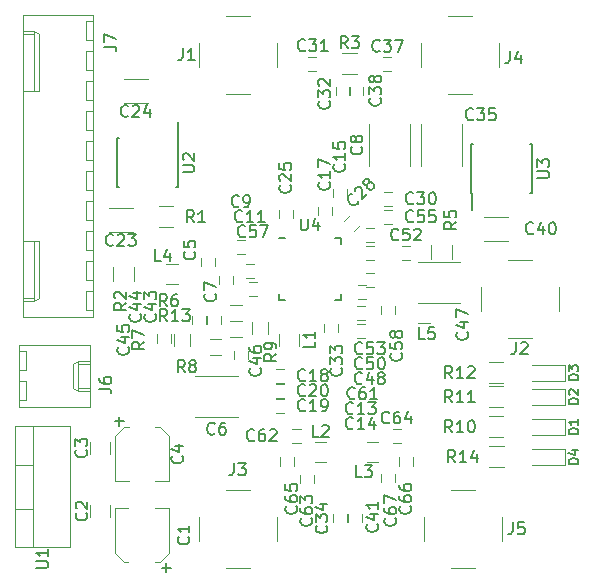
<source format=gbr>
G04 #@! TF.GenerationSoftware,KiCad,Pcbnew,5.0.2-bee76a0~70~ubuntu18.04.1*
G04 #@! TF.CreationDate,2019-01-26T17:59:04+01:00*
G04 #@! TF.ProjectId,adf5355,61646635-3335-4352-9e6b-696361645f70,rev?*
G04 #@! TF.SameCoordinates,Original*
G04 #@! TF.FileFunction,Legend,Top*
G04 #@! TF.FilePolarity,Positive*
%FSLAX46Y46*%
G04 Gerber Fmt 4.6, Leading zero omitted, Abs format (unit mm)*
G04 Created by KiCad (PCBNEW 5.0.2-bee76a0~70~ubuntu18.04.1) date lör 26 jan 2019 17:59:04*
%MOMM*%
%LPD*%
G01*
G04 APERTURE LIST*
%ADD10C,0.120000*%
%ADD11C,0.150000*%
G04 APERTURE END LIST*
D10*
G04 #@! TO.C,C1*
X92696000Y-121154000D02*
X93866000Y-121154000D01*
X97266000Y-121154000D02*
X96096000Y-121154000D01*
X96506000Y-125734000D02*
X96096000Y-125734000D01*
X93456000Y-125734000D02*
X93866000Y-125734000D01*
X92696000Y-124964000D02*
X92696000Y-121154000D01*
X92696000Y-124964000D02*
X93456000Y-125734000D01*
X97266000Y-124964000D02*
X97266000Y-121154000D01*
X97266000Y-124964000D02*
X96506000Y-125734000D01*
G04 #@! TO.C,C2*
X92290000Y-121928000D02*
X92290000Y-120928000D01*
X90590000Y-120928000D02*
X90590000Y-121928000D01*
G04 #@! TO.C,C3*
X92290000Y-116578000D02*
X92290000Y-115578000D01*
X90590000Y-115578000D02*
X90590000Y-116578000D01*
G04 #@! TO.C,C4*
X92726000Y-115088000D02*
X93486000Y-114318000D01*
X92726000Y-115088000D02*
X92726000Y-118898000D01*
X97296000Y-115088000D02*
X96536000Y-114318000D01*
X97296000Y-115088000D02*
X97296000Y-118898000D01*
X96536000Y-114318000D02*
X96126000Y-114318000D01*
X93486000Y-114318000D02*
X93896000Y-114318000D01*
X92726000Y-118898000D02*
X93896000Y-118898000D01*
X97296000Y-118898000D02*
X96126000Y-118898000D01*
G04 #@! TO.C,C6*
X103132000Y-110030000D02*
X99532000Y-110030000D01*
X99532000Y-113490000D02*
X103132000Y-113490000D01*
G04 #@! TO.C,C8*
X117706400Y-92224000D02*
X117706400Y-88624000D01*
X114246400Y-88624000D02*
X114246400Y-92224000D01*
G04 #@! TO.C,C23*
X94218000Y-95754000D02*
X92218000Y-95754000D01*
X92218000Y-97794000D02*
X94218000Y-97794000D01*
G04 #@! TO.C,C24*
X93488000Y-86872000D02*
X95488000Y-86872000D01*
X95488000Y-84832000D02*
X93488000Y-84832000D01*
G04 #@! TO.C,C35*
X122075200Y-92224000D02*
X122075200Y-88624000D01*
X118615200Y-88624000D02*
X118615200Y-92224000D01*
G04 #@! TO.C,C40*
X125968000Y-96516000D02*
X123968000Y-96516000D01*
X123968000Y-98556000D02*
X125968000Y-98556000D01*
G04 #@! TO.C,D2*
X130832000Y-112460000D02*
X130832000Y-111060000D01*
X130832000Y-111060000D02*
X128032000Y-111060000D01*
X130832000Y-112460000D02*
X128032000Y-112460000D01*
G04 #@! TO.C,D3*
X130832000Y-110428000D02*
X128032000Y-110428000D01*
X130832000Y-109028000D02*
X128032000Y-109028000D01*
X130832000Y-110428000D02*
X130832000Y-109028000D01*
G04 #@! TO.C,D4*
X130832000Y-117540000D02*
X128032000Y-117540000D01*
X130832000Y-116140000D02*
X128032000Y-116140000D01*
X130832000Y-117540000D02*
X130832000Y-116140000D01*
G04 #@! TO.C,J1*
X99824000Y-81804000D02*
X99824000Y-83804000D01*
X106424000Y-81804000D02*
X106424000Y-83804000D01*
X102124000Y-86104000D02*
X104124000Y-86104000D01*
X102124000Y-79504000D02*
X104124000Y-79504000D01*
G04 #@! TO.C,J2*
X123700000Y-102505000D02*
X123700000Y-104505000D01*
X130300000Y-102505000D02*
X130300000Y-104505000D01*
X126000000Y-106805000D02*
X128000000Y-106805000D01*
X126000000Y-100205000D02*
X128000000Y-100205000D01*
G04 #@! TO.C,J3*
X99824000Y-121936000D02*
X99824000Y-123936000D01*
X106424000Y-121936000D02*
X106424000Y-123936000D01*
X102124000Y-126236000D02*
X104124000Y-126236000D01*
X102124000Y-119636000D02*
X104124000Y-119636000D01*
G04 #@! TO.C,J4*
X120920000Y-79504000D02*
X122920000Y-79504000D01*
X120920000Y-86104000D02*
X122920000Y-86104000D01*
X125220000Y-81804000D02*
X125220000Y-83804000D01*
X118620000Y-81804000D02*
X118620000Y-83804000D01*
G04 #@! TO.C,J5*
X121174000Y-119636000D02*
X123174000Y-119636000D01*
X121174000Y-126236000D02*
X123174000Y-126236000D01*
X125474000Y-121936000D02*
X125474000Y-123936000D01*
X118874000Y-121936000D02*
X118874000Y-123936000D01*
G04 #@! TO.C,J6*
X85230000Y-107912000D02*
X84610000Y-107912000D01*
X85230000Y-109512000D02*
X85230000Y-107912000D01*
X84610000Y-109512000D02*
X85230000Y-109512000D01*
X85230000Y-110452000D02*
X84610000Y-110452000D01*
X85230000Y-112052000D02*
X85230000Y-110452000D01*
X84610000Y-112052000D02*
X85230000Y-112052000D01*
X90610000Y-108962000D02*
X89610000Y-108962000D01*
X90610000Y-111002000D02*
X89610000Y-111002000D01*
X89180000Y-108962000D02*
X89610000Y-108712000D01*
X89180000Y-111002000D02*
X89180000Y-108962000D01*
X89610000Y-111252000D02*
X89180000Y-111002000D01*
X89610000Y-108712000D02*
X90610000Y-108712000D01*
X89610000Y-111252000D02*
X89610000Y-108712000D01*
X90610000Y-111252000D02*
X89610000Y-111252000D01*
X84610000Y-107342000D02*
X84610000Y-112622000D01*
X90610000Y-107342000D02*
X84610000Y-107342000D01*
X90610000Y-112622000D02*
X90610000Y-107342000D01*
X84610000Y-112622000D02*
X90610000Y-112622000D01*
G04 #@! TO.C,J7*
X90284000Y-104432000D02*
X90904000Y-104432000D01*
X90284000Y-102832000D02*
X90284000Y-104432000D01*
X90904000Y-102832000D02*
X90284000Y-102832000D01*
X90284000Y-101892000D02*
X90904000Y-101892000D01*
X90284000Y-100292000D02*
X90284000Y-101892000D01*
X90904000Y-100292000D02*
X90284000Y-100292000D01*
X90284000Y-99352000D02*
X90904000Y-99352000D01*
X90284000Y-97752000D02*
X90284000Y-99352000D01*
X90904000Y-97752000D02*
X90284000Y-97752000D01*
X90284000Y-96812000D02*
X90904000Y-96812000D01*
X90284000Y-95212000D02*
X90284000Y-96812000D01*
X90904000Y-95212000D02*
X90284000Y-95212000D01*
X90284000Y-94272000D02*
X90904000Y-94272000D01*
X90284000Y-92672000D02*
X90284000Y-94272000D01*
X90904000Y-92672000D02*
X90284000Y-92672000D01*
X90284000Y-91732000D02*
X90904000Y-91732000D01*
X90284000Y-90132000D02*
X90284000Y-91732000D01*
X90904000Y-90132000D02*
X90284000Y-90132000D01*
X90284000Y-89192000D02*
X90904000Y-89192000D01*
X90284000Y-87592000D02*
X90284000Y-89192000D01*
X90904000Y-87592000D02*
X90284000Y-87592000D01*
X90284000Y-86652000D02*
X90904000Y-86652000D01*
X90284000Y-85052000D02*
X90284000Y-86652000D01*
X90904000Y-85052000D02*
X90284000Y-85052000D01*
X90284000Y-84112000D02*
X90904000Y-84112000D01*
X90284000Y-82512000D02*
X90284000Y-84112000D01*
X90904000Y-82512000D02*
X90284000Y-82512000D01*
X90284000Y-81572000D02*
X90904000Y-81572000D01*
X90284000Y-79972000D02*
X90284000Y-81572000D01*
X90904000Y-79972000D02*
X90284000Y-79972000D01*
X84904000Y-103382000D02*
X85904000Y-103382000D01*
X86334000Y-98552000D02*
X85904000Y-98552000D01*
X86334000Y-103382000D02*
X86334000Y-98552000D01*
X85904000Y-103632000D02*
X86334000Y-103382000D01*
X85904000Y-98552000D02*
X84904000Y-98552000D01*
X85904000Y-103632000D02*
X85904000Y-98552000D01*
X84904000Y-103632000D02*
X85904000Y-103632000D01*
X84904000Y-81022000D02*
X85904000Y-81022000D01*
X86334000Y-85852000D02*
X85904000Y-85852000D01*
X86334000Y-81022000D02*
X86334000Y-85852000D01*
X85904000Y-80772000D02*
X86334000Y-81022000D01*
X85904000Y-85852000D02*
X84904000Y-85852000D01*
X85904000Y-80772000D02*
X85904000Y-85852000D01*
X84904000Y-80772000D02*
X85904000Y-80772000D01*
X90904000Y-105002000D02*
X90904000Y-79402000D01*
X84904000Y-105002000D02*
X90904000Y-105002000D01*
X84904000Y-79402000D02*
X84904000Y-105002000D01*
X90904000Y-79402000D02*
X84904000Y-79402000D01*
G04 #@! TO.C,L1*
X108292000Y-107434000D02*
X108292000Y-106434000D01*
X106592000Y-106434000D02*
X106592000Y-107434000D01*
G04 #@! TO.C,L2*
X110629000Y-115609000D02*
X109629000Y-115609000D01*
X109629000Y-117309000D02*
X110629000Y-117309000D01*
G04 #@! TO.C,L3*
X115034000Y-115609000D02*
X114034000Y-115609000D01*
X114034000Y-117309000D02*
X115034000Y-117309000D01*
G04 #@! TO.C,R1*
X97628000Y-97400000D02*
X96428000Y-97400000D01*
X96428000Y-95640000D02*
X97628000Y-95640000D01*
G04 #@! TO.C,R2*
X94352000Y-100746000D02*
X94352000Y-101946000D01*
X92592000Y-101946000D02*
X92592000Y-100746000D01*
G04 #@! TO.C,R3*
X113188000Y-84446000D02*
X111988000Y-84446000D01*
X111988000Y-82686000D02*
X113188000Y-82686000D01*
G04 #@! TO.C,R5*
X121276000Y-98902000D02*
X121276000Y-100102000D01*
X119516000Y-100102000D02*
X119516000Y-98902000D01*
G04 #@! TO.C,R10*
X125568000Y-115180000D02*
X124368000Y-115180000D01*
X124368000Y-113420000D02*
X125568000Y-113420000D01*
G04 #@! TO.C,R11*
X124368000Y-110880000D02*
X125568000Y-110880000D01*
X125568000Y-112640000D02*
X124368000Y-112640000D01*
G04 #@! TO.C,R12*
X125568000Y-110608000D02*
X124368000Y-110608000D01*
X124368000Y-108848000D02*
X125568000Y-108848000D01*
G04 #@! TO.C,R14*
X124434000Y-115960000D02*
X125634000Y-115960000D01*
X125634000Y-117720000D02*
X124434000Y-117720000D01*
G04 #@! TO.C,U1*
X84248000Y-117529000D02*
X85758000Y-117529000D01*
X84248000Y-121230000D02*
X85758000Y-121230000D01*
X85758000Y-124500000D02*
X85758000Y-114260000D01*
X84248000Y-114260000D02*
X88889000Y-114260000D01*
X84248000Y-124500000D02*
X88889000Y-124500000D01*
X88889000Y-124500000D02*
X88889000Y-114260000D01*
X84248000Y-124500000D02*
X84248000Y-114260000D01*
D11*
G04 #@! TO.C,U2*
X98029000Y-89873000D02*
X98029000Y-88473000D01*
X92929000Y-89873000D02*
X92929000Y-94023000D01*
X98079000Y-89873000D02*
X98079000Y-94023000D01*
X92929000Y-89873000D02*
X93074000Y-89873000D01*
X92929000Y-94023000D02*
X93074000Y-94023000D01*
X98079000Y-94023000D02*
X97934000Y-94023000D01*
X98079000Y-89873000D02*
X98029000Y-89873000D01*
G04 #@! TO.C,U3*
X122901000Y-94531000D02*
X122951000Y-94531000D01*
X122901000Y-90381000D02*
X123046000Y-90381000D01*
X128051000Y-90381000D02*
X127906000Y-90381000D01*
X128051000Y-94531000D02*
X127906000Y-94531000D01*
X122901000Y-94531000D02*
X122901000Y-90381000D01*
X128051000Y-94531000D02*
X128051000Y-90381000D01*
X122951000Y-94531000D02*
X122951000Y-95931000D01*
G04 #@! TO.C,U4*
X111845000Y-98340000D02*
X111845000Y-98865000D01*
X106595000Y-103590000D02*
X106595000Y-103065000D01*
X111845000Y-103590000D02*
X111845000Y-103065000D01*
X106595000Y-98340000D02*
X107120000Y-98340000D01*
X106595000Y-103590000D02*
X107120000Y-103590000D01*
X111845000Y-103590000D02*
X111320000Y-103590000D01*
X111845000Y-98340000D02*
X111320000Y-98340000D01*
D10*
G04 #@! TO.C,D1*
X130832000Y-115000000D02*
X128032000Y-115000000D01*
X130832000Y-113600000D02*
X128032000Y-113600000D01*
X130832000Y-115000000D02*
X130832000Y-113600000D01*
G04 #@! TO.C,C11*
X104478000Y-101692000D02*
X103778000Y-101692000D01*
X103778000Y-100492000D02*
X104478000Y-100492000D01*
G04 #@! TO.C,C13*
X113176000Y-104048000D02*
X113876000Y-104048000D01*
X113876000Y-105248000D02*
X113176000Y-105248000D01*
G04 #@! TO.C,C17*
X109890000Y-96362000D02*
X109890000Y-95662000D01*
X111090000Y-95662000D02*
X111090000Y-96362000D01*
G04 #@! TO.C,C18*
X106318000Y-109382000D02*
X107018000Y-109382000D01*
X107018000Y-110582000D02*
X106318000Y-110582000D01*
G04 #@! TO.C,C19*
X106330000Y-111922000D02*
X107030000Y-111922000D01*
X107030000Y-113122000D02*
X106330000Y-113122000D01*
G04 #@! TO.C,C25*
X106588000Y-96628000D02*
X106588000Y-95928000D01*
X107788000Y-95928000D02*
X107788000Y-96628000D01*
G04 #@! TO.C,C28*
X112104249Y-96851223D02*
X112599223Y-96356249D01*
X113447751Y-97204777D02*
X112952777Y-97699751D01*
G04 #@! TO.C,C33*
X111598000Y-105580000D02*
X111598000Y-106280000D01*
X110398000Y-106280000D02*
X110398000Y-105580000D01*
G04 #@! TO.C,C34*
X111160000Y-122385000D02*
X111160000Y-121685000D01*
X112360000Y-121685000D02*
X112360000Y-122385000D01*
G04 #@! TO.C,C41*
X113630000Y-121685000D02*
X113630000Y-122385000D01*
X112430000Y-122385000D02*
X112430000Y-121685000D01*
G04 #@! TO.C,C46*
X103978000Y-107866000D02*
X103978000Y-108566000D01*
X102778000Y-108566000D02*
X102778000Y-107866000D01*
G04 #@! TO.C,C50*
X113950000Y-98968000D02*
X114650000Y-98968000D01*
X114650000Y-100168000D02*
X113950000Y-100168000D01*
G04 #@! TO.C,C53*
X113950000Y-97444000D02*
X114650000Y-97444000D01*
X114650000Y-98644000D02*
X113950000Y-98644000D01*
G04 #@! TO.C,C5*
X101184000Y-99992000D02*
X101184000Y-100692000D01*
X99984000Y-100692000D02*
X99984000Y-99992000D01*
G04 #@! TO.C,C7*
X102708000Y-101516000D02*
X102708000Y-102216000D01*
X101508000Y-102216000D02*
X101508000Y-101516000D01*
G04 #@! TO.C,C9*
X103040000Y-98460000D02*
X103740000Y-98460000D01*
X103740000Y-99660000D02*
X103040000Y-99660000D01*
G04 #@! TO.C,C14*
X113176000Y-105572000D02*
X113876000Y-105572000D01*
X113876000Y-106772000D02*
X113176000Y-106772000D01*
G04 #@! TO.C,C15*
X111160000Y-94838000D02*
X111160000Y-94138000D01*
X112360000Y-94138000D02*
X112360000Y-94838000D01*
G04 #@! TO.C,C20*
X106330000Y-110652000D02*
X107030000Y-110652000D01*
X107030000Y-111852000D02*
X106330000Y-111852000D01*
G04 #@! TO.C,C30*
X116174000Y-95596000D02*
X115474000Y-95596000D01*
X115474000Y-94396000D02*
X116174000Y-94396000D01*
G04 #@! TO.C,C31*
X109771140Y-84191490D02*
X109071140Y-84191490D01*
X109071140Y-82991490D02*
X109771140Y-82991490D01*
G04 #@! TO.C,C32*
X112614000Y-85490000D02*
X112614000Y-86190000D01*
X111414000Y-86190000D02*
X111414000Y-85490000D01*
G04 #@! TO.C,C38*
X112557000Y-86190000D02*
X112557000Y-85490000D01*
X113757000Y-85490000D02*
X113757000Y-86190000D01*
G04 #@! TO.C,C48*
X114638000Y-102454000D02*
X113938000Y-102454000D01*
X113938000Y-101254000D02*
X114638000Y-101254000D01*
G04 #@! TO.C,C52*
X117710000Y-100168000D02*
X117010000Y-100168000D01*
X117010000Y-98968000D02*
X117710000Y-98968000D01*
G04 #@! TO.C,C55*
X115474000Y-95920000D02*
X116174000Y-95920000D01*
X116174000Y-97120000D02*
X115474000Y-97120000D01*
G04 #@! TO.C,C57*
X104056000Y-102016000D02*
X104756000Y-102016000D01*
X104756000Y-103216000D02*
X104056000Y-103216000D01*
G04 #@! TO.C,C58*
X116424000Y-104056000D02*
X116424000Y-104756000D01*
X115224000Y-104756000D02*
X115224000Y-104056000D01*
G04 #@! TO.C,C61*
X114015000Y-103470000D02*
X113315000Y-103470000D01*
X113315000Y-102270000D02*
X114015000Y-102270000D01*
G04 #@! TO.C,L4*
X97036000Y-102196000D02*
X98036000Y-102196000D01*
X98036000Y-100496000D02*
X97036000Y-100496000D01*
G04 #@! TO.C,L5*
X118372000Y-105498000D02*
X119372000Y-105498000D01*
X119372000Y-103798000D02*
X118372000Y-103798000D01*
G04 #@! TO.C,C43*
X101692000Y-104921000D02*
X101692000Y-105621000D01*
X100492000Y-105621000D02*
X100492000Y-104921000D01*
G04 #@! TO.C,C44*
X100422000Y-104933000D02*
X100422000Y-105633000D01*
X99222000Y-105633000D02*
X99222000Y-104933000D01*
G04 #@! TO.C,C45*
X97501000Y-106469000D02*
X97501000Y-107169000D01*
X96301000Y-107169000D02*
X96301000Y-106469000D01*
G04 #@! TO.C,C47*
X118342000Y-103838000D02*
X121942000Y-103838000D01*
X121942000Y-100378000D02*
X118342000Y-100378000D01*
G04 #@! TO.C,R6*
X102497000Y-103968000D02*
X103497000Y-103968000D01*
X103497000Y-105328000D02*
X102497000Y-105328000D01*
G04 #@! TO.C,R7*
X99105000Y-106446000D02*
X99105000Y-107446000D01*
X97745000Y-107446000D02*
X97745000Y-106446000D01*
G04 #@! TO.C,R8*
X101731000Y-108249000D02*
X100731000Y-108249000D01*
X100731000Y-106889000D02*
X101731000Y-106889000D01*
G04 #@! TO.C,R9*
X104349000Y-106406000D02*
X104349000Y-105406000D01*
X105709000Y-105406000D02*
X105709000Y-106406000D01*
G04 #@! TO.C,R13*
X103497000Y-106725000D02*
X102497000Y-106725000D01*
X102497000Y-105365000D02*
X103497000Y-105365000D01*
G04 #@! TO.C,C37*
X115421140Y-82991490D02*
X116121140Y-82991490D01*
X116121140Y-84191490D02*
X115421140Y-84191490D01*
G04 #@! TO.C,C62*
X108439000Y-115650000D02*
X107739000Y-115650000D01*
X107739000Y-114450000D02*
X108439000Y-114450000D01*
G04 #@! TO.C,C63*
X108366000Y-119095000D02*
X108366000Y-118395000D01*
X109566000Y-118395000D02*
X109566000Y-119095000D01*
G04 #@! TO.C,C64*
X116236000Y-114462000D02*
X116936000Y-114462000D01*
X116936000Y-115662000D02*
X116236000Y-115662000D01*
G04 #@! TO.C,C65*
X106715000Y-117583000D02*
X106715000Y-116883000D01*
X107915000Y-116883000D02*
X107915000Y-117583000D01*
G04 #@! TO.C,C66*
X117948000Y-116883000D02*
X117948000Y-117583000D01*
X116748000Y-117583000D02*
X116748000Y-116883000D01*
G04 #@! TO.C,C67*
X115224000Y-118980000D02*
X115224000Y-118280000D01*
X116424000Y-118280000D02*
X116424000Y-118980000D01*
G04 #@! TO.C,C1*
D11*
X98933142Y-123610666D02*
X98980761Y-123658285D01*
X99028380Y-123801142D01*
X99028380Y-123896380D01*
X98980761Y-124039238D01*
X98885523Y-124134476D01*
X98790285Y-124182095D01*
X98599809Y-124229714D01*
X98456952Y-124229714D01*
X98266476Y-124182095D01*
X98171238Y-124134476D01*
X98076000Y-124039238D01*
X98028380Y-123896380D01*
X98028380Y-123801142D01*
X98076000Y-123658285D01*
X98123619Y-123610666D01*
X99028380Y-122658285D02*
X99028380Y-123229714D01*
X99028380Y-122944000D02*
X98028380Y-122944000D01*
X98171238Y-123039238D01*
X98266476Y-123134476D01*
X98314095Y-123229714D01*
X97057428Y-126604952D02*
X97057428Y-125843047D01*
X97438380Y-126224000D02*
X96676476Y-126224000D01*
G04 #@! TO.C,C2*
X90297142Y-121594666D02*
X90344761Y-121642285D01*
X90392380Y-121785142D01*
X90392380Y-121880380D01*
X90344761Y-122023238D01*
X90249523Y-122118476D01*
X90154285Y-122166095D01*
X89963809Y-122213714D01*
X89820952Y-122213714D01*
X89630476Y-122166095D01*
X89535238Y-122118476D01*
X89440000Y-122023238D01*
X89392380Y-121880380D01*
X89392380Y-121785142D01*
X89440000Y-121642285D01*
X89487619Y-121594666D01*
X89487619Y-121213714D02*
X89440000Y-121166095D01*
X89392380Y-121070857D01*
X89392380Y-120832761D01*
X89440000Y-120737523D01*
X89487619Y-120689904D01*
X89582857Y-120642285D01*
X89678095Y-120642285D01*
X89820952Y-120689904D01*
X90392380Y-121261333D01*
X90392380Y-120642285D01*
G04 #@! TO.C,C3*
X90273142Y-116244666D02*
X90320761Y-116292285D01*
X90368380Y-116435142D01*
X90368380Y-116530380D01*
X90320761Y-116673238D01*
X90225523Y-116768476D01*
X90130285Y-116816095D01*
X89939809Y-116863714D01*
X89796952Y-116863714D01*
X89606476Y-116816095D01*
X89511238Y-116768476D01*
X89416000Y-116673238D01*
X89368380Y-116530380D01*
X89368380Y-116435142D01*
X89416000Y-116292285D01*
X89463619Y-116244666D01*
X89368380Y-115911333D02*
X89368380Y-115292285D01*
X89749333Y-115625619D01*
X89749333Y-115482761D01*
X89796952Y-115387523D01*
X89844571Y-115339904D01*
X89939809Y-115292285D01*
X90177904Y-115292285D01*
X90273142Y-115339904D01*
X90320761Y-115387523D01*
X90368380Y-115482761D01*
X90368380Y-115768476D01*
X90320761Y-115863714D01*
X90273142Y-115911333D01*
G04 #@! TO.C,C4*
X98401142Y-116774666D02*
X98448761Y-116822285D01*
X98496380Y-116965142D01*
X98496380Y-117060380D01*
X98448761Y-117203238D01*
X98353523Y-117298476D01*
X98258285Y-117346095D01*
X98067809Y-117393714D01*
X97924952Y-117393714D01*
X97734476Y-117346095D01*
X97639238Y-117298476D01*
X97544000Y-117203238D01*
X97496380Y-117060380D01*
X97496380Y-116965142D01*
X97544000Y-116822285D01*
X97591619Y-116774666D01*
X97829714Y-115917523D02*
X98496380Y-115917523D01*
X97448761Y-116155619D02*
X98163047Y-116393714D01*
X98163047Y-115774666D01*
X93077428Y-114208952D02*
X93077428Y-113447047D01*
X93458380Y-113828000D02*
X92696476Y-113828000D01*
G04 #@! TO.C,C6*
X101165333Y-114867142D02*
X101117714Y-114914761D01*
X100974857Y-114962380D01*
X100879619Y-114962380D01*
X100736761Y-114914761D01*
X100641523Y-114819523D01*
X100593904Y-114724285D01*
X100546285Y-114533809D01*
X100546285Y-114390952D01*
X100593904Y-114200476D01*
X100641523Y-114105238D01*
X100736761Y-114010000D01*
X100879619Y-113962380D01*
X100974857Y-113962380D01*
X101117714Y-114010000D01*
X101165333Y-114057619D01*
X102022476Y-113962380D02*
X101832000Y-113962380D01*
X101736761Y-114010000D01*
X101689142Y-114057619D01*
X101593904Y-114200476D01*
X101546285Y-114390952D01*
X101546285Y-114771904D01*
X101593904Y-114867142D01*
X101641523Y-114914761D01*
X101736761Y-114962380D01*
X101927238Y-114962380D01*
X102022476Y-114914761D01*
X102070095Y-114867142D01*
X102117714Y-114771904D01*
X102117714Y-114533809D01*
X102070095Y-114438571D01*
X102022476Y-114390952D01*
X101927238Y-114343333D01*
X101736761Y-114343333D01*
X101641523Y-114390952D01*
X101593904Y-114438571D01*
X101546285Y-114533809D01*
G04 #@! TO.C,C8*
X113583542Y-90590666D02*
X113631161Y-90638285D01*
X113678780Y-90781142D01*
X113678780Y-90876380D01*
X113631161Y-91019238D01*
X113535923Y-91114476D01*
X113440685Y-91162095D01*
X113250209Y-91209714D01*
X113107352Y-91209714D01*
X112916876Y-91162095D01*
X112821638Y-91114476D01*
X112726400Y-91019238D01*
X112678780Y-90876380D01*
X112678780Y-90781142D01*
X112726400Y-90638285D01*
X112774019Y-90590666D01*
X113107352Y-90019238D02*
X113059733Y-90114476D01*
X113012114Y-90162095D01*
X112916876Y-90209714D01*
X112869257Y-90209714D01*
X112774019Y-90162095D01*
X112726400Y-90114476D01*
X112678780Y-90019238D01*
X112678780Y-89828761D01*
X112726400Y-89733523D01*
X112774019Y-89685904D01*
X112869257Y-89638285D01*
X112916876Y-89638285D01*
X113012114Y-89685904D01*
X113059733Y-89733523D01*
X113107352Y-89828761D01*
X113107352Y-90019238D01*
X113154971Y-90114476D01*
X113202590Y-90162095D01*
X113297828Y-90209714D01*
X113488304Y-90209714D01*
X113583542Y-90162095D01*
X113631161Y-90114476D01*
X113678780Y-90019238D01*
X113678780Y-89828761D01*
X113631161Y-89733523D01*
X113583542Y-89685904D01*
X113488304Y-89638285D01*
X113297828Y-89638285D01*
X113202590Y-89685904D01*
X113154971Y-89733523D01*
X113107352Y-89828761D01*
G04 #@! TO.C,C23*
X92575142Y-98881142D02*
X92527523Y-98928761D01*
X92384666Y-98976380D01*
X92289428Y-98976380D01*
X92146571Y-98928761D01*
X92051333Y-98833523D01*
X92003714Y-98738285D01*
X91956095Y-98547809D01*
X91956095Y-98404952D01*
X92003714Y-98214476D01*
X92051333Y-98119238D01*
X92146571Y-98024000D01*
X92289428Y-97976380D01*
X92384666Y-97976380D01*
X92527523Y-98024000D01*
X92575142Y-98071619D01*
X92956095Y-98071619D02*
X93003714Y-98024000D01*
X93098952Y-97976380D01*
X93337047Y-97976380D01*
X93432285Y-98024000D01*
X93479904Y-98071619D01*
X93527523Y-98166857D01*
X93527523Y-98262095D01*
X93479904Y-98404952D01*
X92908476Y-98976380D01*
X93527523Y-98976380D01*
X93860857Y-97976380D02*
X94479904Y-97976380D01*
X94146571Y-98357333D01*
X94289428Y-98357333D01*
X94384666Y-98404952D01*
X94432285Y-98452571D01*
X94479904Y-98547809D01*
X94479904Y-98785904D01*
X94432285Y-98881142D01*
X94384666Y-98928761D01*
X94289428Y-98976380D01*
X94003714Y-98976380D01*
X93908476Y-98928761D01*
X93860857Y-98881142D01*
G04 #@! TO.C,C24*
X93845142Y-87959142D02*
X93797523Y-88006761D01*
X93654666Y-88054380D01*
X93559428Y-88054380D01*
X93416571Y-88006761D01*
X93321333Y-87911523D01*
X93273714Y-87816285D01*
X93226095Y-87625809D01*
X93226095Y-87482952D01*
X93273714Y-87292476D01*
X93321333Y-87197238D01*
X93416571Y-87102000D01*
X93559428Y-87054380D01*
X93654666Y-87054380D01*
X93797523Y-87102000D01*
X93845142Y-87149619D01*
X94226095Y-87149619D02*
X94273714Y-87102000D01*
X94368952Y-87054380D01*
X94607047Y-87054380D01*
X94702285Y-87102000D01*
X94749904Y-87149619D01*
X94797523Y-87244857D01*
X94797523Y-87340095D01*
X94749904Y-87482952D01*
X94178476Y-88054380D01*
X94797523Y-88054380D01*
X95654666Y-87387714D02*
X95654666Y-88054380D01*
X95416571Y-87006761D02*
X95178476Y-87721047D01*
X95797523Y-87721047D01*
G04 #@! TO.C,C35*
X123055142Y-88241142D02*
X123007523Y-88288761D01*
X122864666Y-88336380D01*
X122769428Y-88336380D01*
X122626571Y-88288761D01*
X122531333Y-88193523D01*
X122483714Y-88098285D01*
X122436095Y-87907809D01*
X122436095Y-87764952D01*
X122483714Y-87574476D01*
X122531333Y-87479238D01*
X122626571Y-87384000D01*
X122769428Y-87336380D01*
X122864666Y-87336380D01*
X123007523Y-87384000D01*
X123055142Y-87431619D01*
X123388476Y-87336380D02*
X124007523Y-87336380D01*
X123674190Y-87717333D01*
X123817047Y-87717333D01*
X123912285Y-87764952D01*
X123959904Y-87812571D01*
X124007523Y-87907809D01*
X124007523Y-88145904D01*
X123959904Y-88241142D01*
X123912285Y-88288761D01*
X123817047Y-88336380D01*
X123531333Y-88336380D01*
X123436095Y-88288761D01*
X123388476Y-88241142D01*
X124912285Y-87336380D02*
X124436095Y-87336380D01*
X124388476Y-87812571D01*
X124436095Y-87764952D01*
X124531333Y-87717333D01*
X124769428Y-87717333D01*
X124864666Y-87764952D01*
X124912285Y-87812571D01*
X124959904Y-87907809D01*
X124959904Y-88145904D01*
X124912285Y-88241142D01*
X124864666Y-88288761D01*
X124769428Y-88336380D01*
X124531333Y-88336380D01*
X124436095Y-88288761D01*
X124388476Y-88241142D01*
G04 #@! TO.C,C40*
X128135142Y-97893142D02*
X128087523Y-97940761D01*
X127944666Y-97988380D01*
X127849428Y-97988380D01*
X127706571Y-97940761D01*
X127611333Y-97845523D01*
X127563714Y-97750285D01*
X127516095Y-97559809D01*
X127516095Y-97416952D01*
X127563714Y-97226476D01*
X127611333Y-97131238D01*
X127706571Y-97036000D01*
X127849428Y-96988380D01*
X127944666Y-96988380D01*
X128087523Y-97036000D01*
X128135142Y-97083619D01*
X128992285Y-97321714D02*
X128992285Y-97988380D01*
X128754190Y-96940761D02*
X128516095Y-97655047D01*
X129135142Y-97655047D01*
X129706571Y-96988380D02*
X129801809Y-96988380D01*
X129897047Y-97036000D01*
X129944666Y-97083619D01*
X129992285Y-97178857D01*
X130039904Y-97369333D01*
X130039904Y-97607428D01*
X129992285Y-97797904D01*
X129944666Y-97893142D01*
X129897047Y-97940761D01*
X129801809Y-97988380D01*
X129706571Y-97988380D01*
X129611333Y-97940761D01*
X129563714Y-97893142D01*
X129516095Y-97797904D01*
X129468476Y-97607428D01*
X129468476Y-97369333D01*
X129516095Y-97178857D01*
X129563714Y-97083619D01*
X129611333Y-97036000D01*
X129706571Y-96988380D01*
G04 #@! TO.C,D2*
X131933904Y-112350476D02*
X131133904Y-112350476D01*
X131133904Y-112160000D01*
X131172000Y-112045714D01*
X131248190Y-111969523D01*
X131324380Y-111931428D01*
X131476761Y-111893333D01*
X131591047Y-111893333D01*
X131743428Y-111931428D01*
X131819619Y-111969523D01*
X131895809Y-112045714D01*
X131933904Y-112160000D01*
X131933904Y-112350476D01*
X131210095Y-111588571D02*
X131172000Y-111550476D01*
X131133904Y-111474285D01*
X131133904Y-111283809D01*
X131172000Y-111207619D01*
X131210095Y-111169523D01*
X131286285Y-111131428D01*
X131362476Y-111131428D01*
X131476761Y-111169523D01*
X131933904Y-111626666D01*
X131933904Y-111131428D01*
G04 #@! TO.C,D3*
X131933904Y-110318476D02*
X131133904Y-110318476D01*
X131133904Y-110128000D01*
X131172000Y-110013714D01*
X131248190Y-109937523D01*
X131324380Y-109899428D01*
X131476761Y-109861333D01*
X131591047Y-109861333D01*
X131743428Y-109899428D01*
X131819619Y-109937523D01*
X131895809Y-110013714D01*
X131933904Y-110128000D01*
X131933904Y-110318476D01*
X131133904Y-109594666D02*
X131133904Y-109099428D01*
X131438666Y-109366095D01*
X131438666Y-109251809D01*
X131476761Y-109175619D01*
X131514857Y-109137523D01*
X131591047Y-109099428D01*
X131781523Y-109099428D01*
X131857714Y-109137523D01*
X131895809Y-109175619D01*
X131933904Y-109251809D01*
X131933904Y-109480380D01*
X131895809Y-109556571D01*
X131857714Y-109594666D01*
G04 #@! TO.C,D4*
X131933904Y-117430476D02*
X131133904Y-117430476D01*
X131133904Y-117240000D01*
X131172000Y-117125714D01*
X131248190Y-117049523D01*
X131324380Y-117011428D01*
X131476761Y-116973333D01*
X131591047Y-116973333D01*
X131743428Y-117011428D01*
X131819619Y-117049523D01*
X131895809Y-117125714D01*
X131933904Y-117240000D01*
X131933904Y-117430476D01*
X131400571Y-116287619D02*
X131933904Y-116287619D01*
X131095809Y-116478095D02*
X131667238Y-116668571D01*
X131667238Y-116173333D01*
G04 #@! TO.C,J1*
X98472666Y-82256380D02*
X98472666Y-82970666D01*
X98425047Y-83113523D01*
X98329809Y-83208761D01*
X98186952Y-83256380D01*
X98091714Y-83256380D01*
X99472666Y-83256380D02*
X98901238Y-83256380D01*
X99186952Y-83256380D02*
X99186952Y-82256380D01*
X99091714Y-82399238D01*
X98996476Y-82494476D01*
X98901238Y-82542095D01*
G04 #@! TO.C,J2*
X126666666Y-107148380D02*
X126666666Y-107862666D01*
X126619047Y-108005523D01*
X126523809Y-108100761D01*
X126380952Y-108148380D01*
X126285714Y-108148380D01*
X127095238Y-107243619D02*
X127142857Y-107196000D01*
X127238095Y-107148380D01*
X127476190Y-107148380D01*
X127571428Y-107196000D01*
X127619047Y-107243619D01*
X127666666Y-107338857D01*
X127666666Y-107434095D01*
X127619047Y-107576952D01*
X127047619Y-108148380D01*
X127666666Y-108148380D01*
G04 #@! TO.C,J3*
X102790666Y-117388380D02*
X102790666Y-118102666D01*
X102743047Y-118245523D01*
X102647809Y-118340761D01*
X102504952Y-118388380D01*
X102409714Y-118388380D01*
X103171619Y-117388380D02*
X103790666Y-117388380D01*
X103457333Y-117769333D01*
X103600190Y-117769333D01*
X103695428Y-117816952D01*
X103743047Y-117864571D01*
X103790666Y-117959809D01*
X103790666Y-118197904D01*
X103743047Y-118293142D01*
X103695428Y-118340761D01*
X103600190Y-118388380D01*
X103314476Y-118388380D01*
X103219238Y-118340761D01*
X103171619Y-118293142D01*
G04 #@! TO.C,J4*
X126158666Y-82510380D02*
X126158666Y-83224666D01*
X126111047Y-83367523D01*
X126015809Y-83462761D01*
X125872952Y-83510380D01*
X125777714Y-83510380D01*
X127063428Y-82843714D02*
X127063428Y-83510380D01*
X126825333Y-82462761D02*
X126587238Y-83177047D01*
X127206285Y-83177047D01*
G04 #@! TO.C,J5*
X126412666Y-122388380D02*
X126412666Y-123102666D01*
X126365047Y-123245523D01*
X126269809Y-123340761D01*
X126126952Y-123388380D01*
X126031714Y-123388380D01*
X127365047Y-122388380D02*
X126888857Y-122388380D01*
X126841238Y-122864571D01*
X126888857Y-122816952D01*
X126984095Y-122769333D01*
X127222190Y-122769333D01*
X127317428Y-122816952D01*
X127365047Y-122864571D01*
X127412666Y-122959809D01*
X127412666Y-123197904D01*
X127365047Y-123293142D01*
X127317428Y-123340761D01*
X127222190Y-123388380D01*
X126984095Y-123388380D01*
X126888857Y-123340761D01*
X126841238Y-123293142D01*
G04 #@! TO.C,J6*
X91400380Y-111077333D02*
X92114666Y-111077333D01*
X92257523Y-111124952D01*
X92352761Y-111220190D01*
X92400380Y-111363047D01*
X92400380Y-111458285D01*
X91400380Y-110172571D02*
X91400380Y-110363047D01*
X91448000Y-110458285D01*
X91495619Y-110505904D01*
X91638476Y-110601142D01*
X91828952Y-110648761D01*
X92209904Y-110648761D01*
X92305142Y-110601142D01*
X92352761Y-110553523D01*
X92400380Y-110458285D01*
X92400380Y-110267809D01*
X92352761Y-110172571D01*
X92305142Y-110124952D01*
X92209904Y-110077333D01*
X91971809Y-110077333D01*
X91876571Y-110124952D01*
X91828952Y-110172571D01*
X91781333Y-110267809D01*
X91781333Y-110458285D01*
X91828952Y-110553523D01*
X91876571Y-110601142D01*
X91971809Y-110648761D01*
G04 #@! TO.C,J7*
X91836380Y-82105333D02*
X92550666Y-82105333D01*
X92693523Y-82152952D01*
X92788761Y-82248190D01*
X92836380Y-82391047D01*
X92836380Y-82486285D01*
X91836380Y-81724380D02*
X91836380Y-81057714D01*
X92836380Y-81486285D01*
G04 #@! TO.C,L1*
X109672380Y-107100666D02*
X109672380Y-107576857D01*
X108672380Y-107576857D01*
X109672380Y-106243523D02*
X109672380Y-106814952D01*
X109672380Y-106529238D02*
X108672380Y-106529238D01*
X108815238Y-106624476D01*
X108910476Y-106719714D01*
X108958095Y-106814952D01*
G04 #@! TO.C,L2*
X109962333Y-115161380D02*
X109486142Y-115161380D01*
X109486142Y-114161380D01*
X110248047Y-114256619D02*
X110295666Y-114209000D01*
X110390904Y-114161380D01*
X110629000Y-114161380D01*
X110724238Y-114209000D01*
X110771857Y-114256619D01*
X110819476Y-114351857D01*
X110819476Y-114447095D01*
X110771857Y-114589952D01*
X110200428Y-115161380D01*
X110819476Y-115161380D01*
G04 #@! TO.C,L3*
X113625333Y-118562380D02*
X113149142Y-118562380D01*
X113149142Y-117562380D01*
X113863428Y-117562380D02*
X114482476Y-117562380D01*
X114149142Y-117943333D01*
X114292000Y-117943333D01*
X114387238Y-117990952D01*
X114434857Y-118038571D01*
X114482476Y-118133809D01*
X114482476Y-118371904D01*
X114434857Y-118467142D01*
X114387238Y-118514761D01*
X114292000Y-118562380D01*
X114006285Y-118562380D01*
X113911047Y-118514761D01*
X113863428Y-118467142D01*
G04 #@! TO.C,R1*
X99401333Y-96972380D02*
X99068000Y-96496190D01*
X98829904Y-96972380D02*
X98829904Y-95972380D01*
X99210857Y-95972380D01*
X99306095Y-96020000D01*
X99353714Y-96067619D01*
X99401333Y-96162857D01*
X99401333Y-96305714D01*
X99353714Y-96400952D01*
X99306095Y-96448571D01*
X99210857Y-96496190D01*
X98829904Y-96496190D01*
X100353714Y-96972380D02*
X99782285Y-96972380D01*
X100068000Y-96972380D02*
X100068000Y-95972380D01*
X99972761Y-96115238D01*
X99877523Y-96210476D01*
X99782285Y-96258095D01*
G04 #@! TO.C,R2*
X93670380Y-103798666D02*
X93194190Y-104132000D01*
X93670380Y-104370095D02*
X92670380Y-104370095D01*
X92670380Y-103989142D01*
X92718000Y-103893904D01*
X92765619Y-103846285D01*
X92860857Y-103798666D01*
X93003714Y-103798666D01*
X93098952Y-103846285D01*
X93146571Y-103893904D01*
X93194190Y-103989142D01*
X93194190Y-104370095D01*
X92765619Y-103417714D02*
X92718000Y-103370095D01*
X92670380Y-103274857D01*
X92670380Y-103036761D01*
X92718000Y-102941523D01*
X92765619Y-102893904D01*
X92860857Y-102846285D01*
X92956095Y-102846285D01*
X93098952Y-102893904D01*
X93670380Y-103465333D01*
X93670380Y-102846285D01*
G04 #@! TO.C,R3*
X112421333Y-82240380D02*
X112088000Y-81764190D01*
X111849904Y-82240380D02*
X111849904Y-81240380D01*
X112230857Y-81240380D01*
X112326095Y-81288000D01*
X112373714Y-81335619D01*
X112421333Y-81430857D01*
X112421333Y-81573714D01*
X112373714Y-81668952D01*
X112326095Y-81716571D01*
X112230857Y-81764190D01*
X111849904Y-81764190D01*
X112754666Y-81240380D02*
X113373714Y-81240380D01*
X113040380Y-81621333D01*
X113183238Y-81621333D01*
X113278476Y-81668952D01*
X113326095Y-81716571D01*
X113373714Y-81811809D01*
X113373714Y-82049904D01*
X113326095Y-82145142D01*
X113278476Y-82192761D01*
X113183238Y-82240380D01*
X112897523Y-82240380D01*
X112802285Y-82192761D01*
X112754666Y-82145142D01*
G04 #@! TO.C,R5*
X121610380Y-96940666D02*
X121134190Y-97274000D01*
X121610380Y-97512095D02*
X120610380Y-97512095D01*
X120610380Y-97131142D01*
X120658000Y-97035904D01*
X120705619Y-96988285D01*
X120800857Y-96940666D01*
X120943714Y-96940666D01*
X121038952Y-96988285D01*
X121086571Y-97035904D01*
X121134190Y-97131142D01*
X121134190Y-97512095D01*
X120610380Y-96035904D02*
X120610380Y-96512095D01*
X121086571Y-96559714D01*
X121038952Y-96512095D01*
X120991333Y-96416857D01*
X120991333Y-96178761D01*
X121038952Y-96083523D01*
X121086571Y-96035904D01*
X121181809Y-95988285D01*
X121419904Y-95988285D01*
X121515142Y-96035904D01*
X121562761Y-96083523D01*
X121610380Y-96178761D01*
X121610380Y-96416857D01*
X121562761Y-96512095D01*
X121515142Y-96559714D01*
G04 #@! TO.C,R10*
X121277142Y-114752380D02*
X120943809Y-114276190D01*
X120705714Y-114752380D02*
X120705714Y-113752380D01*
X121086666Y-113752380D01*
X121181904Y-113800000D01*
X121229523Y-113847619D01*
X121277142Y-113942857D01*
X121277142Y-114085714D01*
X121229523Y-114180952D01*
X121181904Y-114228571D01*
X121086666Y-114276190D01*
X120705714Y-114276190D01*
X122229523Y-114752380D02*
X121658095Y-114752380D01*
X121943809Y-114752380D02*
X121943809Y-113752380D01*
X121848571Y-113895238D01*
X121753333Y-113990476D01*
X121658095Y-114038095D01*
X122848571Y-113752380D02*
X122943809Y-113752380D01*
X123039047Y-113800000D01*
X123086666Y-113847619D01*
X123134285Y-113942857D01*
X123181904Y-114133333D01*
X123181904Y-114371428D01*
X123134285Y-114561904D01*
X123086666Y-114657142D01*
X123039047Y-114704761D01*
X122943809Y-114752380D01*
X122848571Y-114752380D01*
X122753333Y-114704761D01*
X122705714Y-114657142D01*
X122658095Y-114561904D01*
X122610476Y-114371428D01*
X122610476Y-114133333D01*
X122658095Y-113942857D01*
X122705714Y-113847619D01*
X122753333Y-113800000D01*
X122848571Y-113752380D01*
G04 #@! TO.C,R11*
X121277142Y-112212380D02*
X120943809Y-111736190D01*
X120705714Y-112212380D02*
X120705714Y-111212380D01*
X121086666Y-111212380D01*
X121181904Y-111260000D01*
X121229523Y-111307619D01*
X121277142Y-111402857D01*
X121277142Y-111545714D01*
X121229523Y-111640952D01*
X121181904Y-111688571D01*
X121086666Y-111736190D01*
X120705714Y-111736190D01*
X122229523Y-112212380D02*
X121658095Y-112212380D01*
X121943809Y-112212380D02*
X121943809Y-111212380D01*
X121848571Y-111355238D01*
X121753333Y-111450476D01*
X121658095Y-111498095D01*
X123181904Y-112212380D02*
X122610476Y-112212380D01*
X122896190Y-112212380D02*
X122896190Y-111212380D01*
X122800952Y-111355238D01*
X122705714Y-111450476D01*
X122610476Y-111498095D01*
G04 #@! TO.C,R12*
X121277142Y-110180380D02*
X120943809Y-109704190D01*
X120705714Y-110180380D02*
X120705714Y-109180380D01*
X121086666Y-109180380D01*
X121181904Y-109228000D01*
X121229523Y-109275619D01*
X121277142Y-109370857D01*
X121277142Y-109513714D01*
X121229523Y-109608952D01*
X121181904Y-109656571D01*
X121086666Y-109704190D01*
X120705714Y-109704190D01*
X122229523Y-110180380D02*
X121658095Y-110180380D01*
X121943809Y-110180380D02*
X121943809Y-109180380D01*
X121848571Y-109323238D01*
X121753333Y-109418476D01*
X121658095Y-109466095D01*
X122610476Y-109275619D02*
X122658095Y-109228000D01*
X122753333Y-109180380D01*
X122991428Y-109180380D01*
X123086666Y-109228000D01*
X123134285Y-109275619D01*
X123181904Y-109370857D01*
X123181904Y-109466095D01*
X123134285Y-109608952D01*
X122562857Y-110180380D01*
X123181904Y-110180380D01*
G04 #@! TO.C,R14*
X121531142Y-117292380D02*
X121197809Y-116816190D01*
X120959714Y-117292380D02*
X120959714Y-116292380D01*
X121340666Y-116292380D01*
X121435904Y-116340000D01*
X121483523Y-116387619D01*
X121531142Y-116482857D01*
X121531142Y-116625714D01*
X121483523Y-116720952D01*
X121435904Y-116768571D01*
X121340666Y-116816190D01*
X120959714Y-116816190D01*
X122483523Y-117292380D02*
X121912095Y-117292380D01*
X122197809Y-117292380D02*
X122197809Y-116292380D01*
X122102571Y-116435238D01*
X122007333Y-116530476D01*
X121912095Y-116578095D01*
X123340666Y-116625714D02*
X123340666Y-117292380D01*
X123102571Y-116244761D02*
X122864476Y-116959047D01*
X123483523Y-116959047D01*
G04 #@! TO.C,U1*
X86066380Y-126237904D02*
X86875904Y-126237904D01*
X86971142Y-126190285D01*
X87018761Y-126142666D01*
X87066380Y-126047428D01*
X87066380Y-125856952D01*
X87018761Y-125761714D01*
X86971142Y-125714095D01*
X86875904Y-125666476D01*
X86066380Y-125666476D01*
X87066380Y-124666476D02*
X87066380Y-125237904D01*
X87066380Y-124952190D02*
X86066380Y-124952190D01*
X86209238Y-125047428D01*
X86304476Y-125142666D01*
X86352095Y-125237904D01*
G04 #@! TO.C,U2*
X98456380Y-92709904D02*
X99265904Y-92709904D01*
X99361142Y-92662285D01*
X99408761Y-92614666D01*
X99456380Y-92519428D01*
X99456380Y-92328952D01*
X99408761Y-92233714D01*
X99361142Y-92186095D01*
X99265904Y-92138476D01*
X98456380Y-92138476D01*
X98551619Y-91709904D02*
X98504000Y-91662285D01*
X98456380Y-91567047D01*
X98456380Y-91328952D01*
X98504000Y-91233714D01*
X98551619Y-91186095D01*
X98646857Y-91138476D01*
X98742095Y-91138476D01*
X98884952Y-91186095D01*
X99456380Y-91757523D01*
X99456380Y-91138476D01*
G04 #@! TO.C,U3*
X128484380Y-93217904D02*
X129293904Y-93217904D01*
X129389142Y-93170285D01*
X129436761Y-93122666D01*
X129484380Y-93027428D01*
X129484380Y-92836952D01*
X129436761Y-92741714D01*
X129389142Y-92694095D01*
X129293904Y-92646476D01*
X128484380Y-92646476D01*
X128484380Y-92265523D02*
X128484380Y-91646476D01*
X128865333Y-91979809D01*
X128865333Y-91836952D01*
X128912952Y-91741714D01*
X128960571Y-91694095D01*
X129055809Y-91646476D01*
X129293904Y-91646476D01*
X129389142Y-91694095D01*
X129436761Y-91741714D01*
X129484380Y-91836952D01*
X129484380Y-92122666D01*
X129436761Y-92217904D01*
X129389142Y-92265523D01*
G04 #@! TO.C,U4*
X108458095Y-96667380D02*
X108458095Y-97476904D01*
X108505714Y-97572142D01*
X108553333Y-97619761D01*
X108648571Y-97667380D01*
X108839047Y-97667380D01*
X108934285Y-97619761D01*
X108981904Y-97572142D01*
X109029523Y-97476904D01*
X109029523Y-96667380D01*
X109934285Y-97000714D02*
X109934285Y-97667380D01*
X109696190Y-96619761D02*
X109458095Y-97334047D01*
X110077142Y-97334047D01*
G04 #@! TO.C,D1*
X131933904Y-114890476D02*
X131133904Y-114890476D01*
X131133904Y-114700000D01*
X131172000Y-114585714D01*
X131248190Y-114509523D01*
X131324380Y-114471428D01*
X131476761Y-114433333D01*
X131591047Y-114433333D01*
X131743428Y-114471428D01*
X131819619Y-114509523D01*
X131895809Y-114585714D01*
X131933904Y-114700000D01*
X131933904Y-114890476D01*
X131933904Y-113671428D02*
X131933904Y-114128571D01*
X131933904Y-113900000D02*
X131133904Y-113900000D01*
X131248190Y-113976190D01*
X131324380Y-114052380D01*
X131362476Y-114128571D01*
G04 #@! TO.C,C11*
X103497142Y-96877142D02*
X103449523Y-96924761D01*
X103306666Y-96972380D01*
X103211428Y-96972380D01*
X103068571Y-96924761D01*
X102973333Y-96829523D01*
X102925714Y-96734285D01*
X102878095Y-96543809D01*
X102878095Y-96400952D01*
X102925714Y-96210476D01*
X102973333Y-96115238D01*
X103068571Y-96020000D01*
X103211428Y-95972380D01*
X103306666Y-95972380D01*
X103449523Y-96020000D01*
X103497142Y-96067619D01*
X104449523Y-96972380D02*
X103878095Y-96972380D01*
X104163809Y-96972380D02*
X104163809Y-95972380D01*
X104068571Y-96115238D01*
X103973333Y-96210476D01*
X103878095Y-96258095D01*
X105401904Y-96972380D02*
X104830476Y-96972380D01*
X105116190Y-96972380D02*
X105116190Y-95972380D01*
X105020952Y-96115238D01*
X104925714Y-96210476D01*
X104830476Y-96258095D01*
G04 #@! TO.C,C13*
X112883142Y-113133142D02*
X112835523Y-113180761D01*
X112692666Y-113228380D01*
X112597428Y-113228380D01*
X112454571Y-113180761D01*
X112359333Y-113085523D01*
X112311714Y-112990285D01*
X112264095Y-112799809D01*
X112264095Y-112656952D01*
X112311714Y-112466476D01*
X112359333Y-112371238D01*
X112454571Y-112276000D01*
X112597428Y-112228380D01*
X112692666Y-112228380D01*
X112835523Y-112276000D01*
X112883142Y-112323619D01*
X113835523Y-113228380D02*
X113264095Y-113228380D01*
X113549809Y-113228380D02*
X113549809Y-112228380D01*
X113454571Y-112371238D01*
X113359333Y-112466476D01*
X113264095Y-112514095D01*
X114168857Y-112228380D02*
X114787904Y-112228380D01*
X114454571Y-112609333D01*
X114597428Y-112609333D01*
X114692666Y-112656952D01*
X114740285Y-112704571D01*
X114787904Y-112799809D01*
X114787904Y-113037904D01*
X114740285Y-113133142D01*
X114692666Y-113180761D01*
X114597428Y-113228380D01*
X114311714Y-113228380D01*
X114216476Y-113180761D01*
X114168857Y-113133142D01*
G04 #@! TO.C,C17*
X110847142Y-93606857D02*
X110894761Y-93654476D01*
X110942380Y-93797333D01*
X110942380Y-93892571D01*
X110894761Y-94035428D01*
X110799523Y-94130666D01*
X110704285Y-94178285D01*
X110513809Y-94225904D01*
X110370952Y-94225904D01*
X110180476Y-94178285D01*
X110085238Y-94130666D01*
X109990000Y-94035428D01*
X109942380Y-93892571D01*
X109942380Y-93797333D01*
X109990000Y-93654476D01*
X110037619Y-93606857D01*
X110942380Y-92654476D02*
X110942380Y-93225904D01*
X110942380Y-92940190D02*
X109942380Y-92940190D01*
X110085238Y-93035428D01*
X110180476Y-93130666D01*
X110228095Y-93225904D01*
X109942380Y-92321142D02*
X109942380Y-91654476D01*
X110942380Y-92083047D01*
G04 #@! TO.C,C18*
X108831142Y-110339142D02*
X108783523Y-110386761D01*
X108640666Y-110434380D01*
X108545428Y-110434380D01*
X108402571Y-110386761D01*
X108307333Y-110291523D01*
X108259714Y-110196285D01*
X108212095Y-110005809D01*
X108212095Y-109862952D01*
X108259714Y-109672476D01*
X108307333Y-109577238D01*
X108402571Y-109482000D01*
X108545428Y-109434380D01*
X108640666Y-109434380D01*
X108783523Y-109482000D01*
X108831142Y-109529619D01*
X109783523Y-110434380D02*
X109212095Y-110434380D01*
X109497809Y-110434380D02*
X109497809Y-109434380D01*
X109402571Y-109577238D01*
X109307333Y-109672476D01*
X109212095Y-109720095D01*
X110354952Y-109862952D02*
X110259714Y-109815333D01*
X110212095Y-109767714D01*
X110164476Y-109672476D01*
X110164476Y-109624857D01*
X110212095Y-109529619D01*
X110259714Y-109482000D01*
X110354952Y-109434380D01*
X110545428Y-109434380D01*
X110640666Y-109482000D01*
X110688285Y-109529619D01*
X110735904Y-109624857D01*
X110735904Y-109672476D01*
X110688285Y-109767714D01*
X110640666Y-109815333D01*
X110545428Y-109862952D01*
X110354952Y-109862952D01*
X110259714Y-109910571D01*
X110212095Y-109958190D01*
X110164476Y-110053428D01*
X110164476Y-110243904D01*
X110212095Y-110339142D01*
X110259714Y-110386761D01*
X110354952Y-110434380D01*
X110545428Y-110434380D01*
X110640666Y-110386761D01*
X110688285Y-110339142D01*
X110735904Y-110243904D01*
X110735904Y-110053428D01*
X110688285Y-109958190D01*
X110640666Y-109910571D01*
X110545428Y-109862952D01*
G04 #@! TO.C,C19*
X108831142Y-112879142D02*
X108783523Y-112926761D01*
X108640666Y-112974380D01*
X108545428Y-112974380D01*
X108402571Y-112926761D01*
X108307333Y-112831523D01*
X108259714Y-112736285D01*
X108212095Y-112545809D01*
X108212095Y-112402952D01*
X108259714Y-112212476D01*
X108307333Y-112117238D01*
X108402571Y-112022000D01*
X108545428Y-111974380D01*
X108640666Y-111974380D01*
X108783523Y-112022000D01*
X108831142Y-112069619D01*
X109783523Y-112974380D02*
X109212095Y-112974380D01*
X109497809Y-112974380D02*
X109497809Y-111974380D01*
X109402571Y-112117238D01*
X109307333Y-112212476D01*
X109212095Y-112260095D01*
X110259714Y-112974380D02*
X110450190Y-112974380D01*
X110545428Y-112926761D01*
X110593047Y-112879142D01*
X110688285Y-112736285D01*
X110735904Y-112545809D01*
X110735904Y-112164857D01*
X110688285Y-112069619D01*
X110640666Y-112022000D01*
X110545428Y-111974380D01*
X110354952Y-111974380D01*
X110259714Y-112022000D01*
X110212095Y-112069619D01*
X110164476Y-112164857D01*
X110164476Y-112402952D01*
X110212095Y-112498190D01*
X110259714Y-112545809D01*
X110354952Y-112593428D01*
X110545428Y-112593428D01*
X110640666Y-112545809D01*
X110688285Y-112498190D01*
X110735904Y-112402952D01*
G04 #@! TO.C,C25*
X107545142Y-93860857D02*
X107592761Y-93908476D01*
X107640380Y-94051333D01*
X107640380Y-94146571D01*
X107592761Y-94289428D01*
X107497523Y-94384666D01*
X107402285Y-94432285D01*
X107211809Y-94479904D01*
X107068952Y-94479904D01*
X106878476Y-94432285D01*
X106783238Y-94384666D01*
X106688000Y-94289428D01*
X106640380Y-94146571D01*
X106640380Y-94051333D01*
X106688000Y-93908476D01*
X106735619Y-93860857D01*
X106735619Y-93479904D02*
X106688000Y-93432285D01*
X106640380Y-93337047D01*
X106640380Y-93098952D01*
X106688000Y-93003714D01*
X106735619Y-92956095D01*
X106830857Y-92908476D01*
X106926095Y-92908476D01*
X107068952Y-92956095D01*
X107640380Y-93527523D01*
X107640380Y-92908476D01*
X106640380Y-92003714D02*
X106640380Y-92479904D01*
X107116571Y-92527523D01*
X107068952Y-92479904D01*
X107021333Y-92384666D01*
X107021333Y-92146571D01*
X107068952Y-92051333D01*
X107116571Y-92003714D01*
X107211809Y-91956095D01*
X107449904Y-91956095D01*
X107545142Y-92003714D01*
X107592761Y-92051333D01*
X107640380Y-92146571D01*
X107640380Y-92384666D01*
X107592761Y-92479904D01*
X107545142Y-92527523D01*
G04 #@! TO.C,C28*
X113335969Y-95195106D02*
X113335969Y-95262450D01*
X113268625Y-95397137D01*
X113201282Y-95464480D01*
X113066595Y-95531824D01*
X112931908Y-95531824D01*
X112830893Y-95498152D01*
X112662534Y-95397137D01*
X112561519Y-95296122D01*
X112460503Y-95127763D01*
X112426832Y-95026748D01*
X112426832Y-94892061D01*
X112494175Y-94757374D01*
X112561519Y-94690030D01*
X112696206Y-94622687D01*
X112763549Y-94622687D01*
X113032923Y-94353312D02*
X113032923Y-94285969D01*
X113066595Y-94184954D01*
X113234954Y-94016595D01*
X113335969Y-93982923D01*
X113403312Y-93982923D01*
X113504328Y-94016595D01*
X113571671Y-94083938D01*
X113639015Y-94218625D01*
X113639015Y-95026748D01*
X114076748Y-94589015D01*
X114076748Y-93780893D02*
X113975732Y-93814564D01*
X113908389Y-93814564D01*
X113807374Y-93780893D01*
X113773702Y-93747221D01*
X113740030Y-93646206D01*
X113740030Y-93578862D01*
X113773702Y-93477847D01*
X113908389Y-93343160D01*
X114009404Y-93309488D01*
X114076748Y-93309488D01*
X114177763Y-93343160D01*
X114211435Y-93376832D01*
X114245106Y-93477847D01*
X114245106Y-93545190D01*
X114211435Y-93646206D01*
X114076748Y-93780893D01*
X114043076Y-93881908D01*
X114043076Y-93949251D01*
X114076748Y-94050267D01*
X114211435Y-94184954D01*
X114312450Y-94218625D01*
X114379793Y-94218625D01*
X114480809Y-94184954D01*
X114615496Y-94050267D01*
X114649167Y-93949251D01*
X114649167Y-93881908D01*
X114615496Y-93780893D01*
X114480809Y-93646206D01*
X114379793Y-93612534D01*
X114312450Y-93612534D01*
X114211435Y-93646206D01*
G04 #@! TO.C,C33*
X111863142Y-109354857D02*
X111910761Y-109402476D01*
X111958380Y-109545333D01*
X111958380Y-109640571D01*
X111910761Y-109783428D01*
X111815523Y-109878666D01*
X111720285Y-109926285D01*
X111529809Y-109973904D01*
X111386952Y-109973904D01*
X111196476Y-109926285D01*
X111101238Y-109878666D01*
X111006000Y-109783428D01*
X110958380Y-109640571D01*
X110958380Y-109545333D01*
X111006000Y-109402476D01*
X111053619Y-109354857D01*
X110958380Y-109021523D02*
X110958380Y-108402476D01*
X111339333Y-108735809D01*
X111339333Y-108592952D01*
X111386952Y-108497714D01*
X111434571Y-108450095D01*
X111529809Y-108402476D01*
X111767904Y-108402476D01*
X111863142Y-108450095D01*
X111910761Y-108497714D01*
X111958380Y-108592952D01*
X111958380Y-108878666D01*
X111910761Y-108973904D01*
X111863142Y-109021523D01*
X110958380Y-108069142D02*
X110958380Y-107450095D01*
X111339333Y-107783428D01*
X111339333Y-107640571D01*
X111386952Y-107545333D01*
X111434571Y-107497714D01*
X111529809Y-107450095D01*
X111767904Y-107450095D01*
X111863142Y-107497714D01*
X111910761Y-107545333D01*
X111958380Y-107640571D01*
X111958380Y-107926285D01*
X111910761Y-108021523D01*
X111863142Y-108069142D01*
G04 #@! TO.C,C34*
X110617142Y-122677857D02*
X110664761Y-122725476D01*
X110712380Y-122868333D01*
X110712380Y-122963571D01*
X110664761Y-123106428D01*
X110569523Y-123201666D01*
X110474285Y-123249285D01*
X110283809Y-123296904D01*
X110140952Y-123296904D01*
X109950476Y-123249285D01*
X109855238Y-123201666D01*
X109760000Y-123106428D01*
X109712380Y-122963571D01*
X109712380Y-122868333D01*
X109760000Y-122725476D01*
X109807619Y-122677857D01*
X109712380Y-122344523D02*
X109712380Y-121725476D01*
X110093333Y-122058809D01*
X110093333Y-121915952D01*
X110140952Y-121820714D01*
X110188571Y-121773095D01*
X110283809Y-121725476D01*
X110521904Y-121725476D01*
X110617142Y-121773095D01*
X110664761Y-121820714D01*
X110712380Y-121915952D01*
X110712380Y-122201666D01*
X110664761Y-122296904D01*
X110617142Y-122344523D01*
X110045714Y-120868333D02*
X110712380Y-120868333D01*
X109664761Y-121106428D02*
X110379047Y-121344523D01*
X110379047Y-120725476D01*
G04 #@! TO.C,C41*
X114911142Y-122562857D02*
X114958761Y-122610476D01*
X115006380Y-122753333D01*
X115006380Y-122848571D01*
X114958761Y-122991428D01*
X114863523Y-123086666D01*
X114768285Y-123134285D01*
X114577809Y-123181904D01*
X114434952Y-123181904D01*
X114244476Y-123134285D01*
X114149238Y-123086666D01*
X114054000Y-122991428D01*
X114006380Y-122848571D01*
X114006380Y-122753333D01*
X114054000Y-122610476D01*
X114101619Y-122562857D01*
X114339714Y-121705714D02*
X115006380Y-121705714D01*
X113958761Y-121943809D02*
X114673047Y-122181904D01*
X114673047Y-121562857D01*
X115006380Y-120658095D02*
X115006380Y-121229523D01*
X115006380Y-120943809D02*
X114006380Y-120943809D01*
X114149238Y-121039047D01*
X114244476Y-121134285D01*
X114292095Y-121229523D01*
G04 #@! TO.C,C46*
X105005142Y-109354857D02*
X105052761Y-109402476D01*
X105100380Y-109545333D01*
X105100380Y-109640571D01*
X105052761Y-109783428D01*
X104957523Y-109878666D01*
X104862285Y-109926285D01*
X104671809Y-109973904D01*
X104528952Y-109973904D01*
X104338476Y-109926285D01*
X104243238Y-109878666D01*
X104148000Y-109783428D01*
X104100380Y-109640571D01*
X104100380Y-109545333D01*
X104148000Y-109402476D01*
X104195619Y-109354857D01*
X104433714Y-108497714D02*
X105100380Y-108497714D01*
X104052761Y-108735809D02*
X104767047Y-108973904D01*
X104767047Y-108354857D01*
X104100380Y-107545333D02*
X104100380Y-107735809D01*
X104148000Y-107831047D01*
X104195619Y-107878666D01*
X104338476Y-107973904D01*
X104528952Y-108021523D01*
X104909904Y-108021523D01*
X105005142Y-107973904D01*
X105052761Y-107926285D01*
X105100380Y-107831047D01*
X105100380Y-107640571D01*
X105052761Y-107545333D01*
X105005142Y-107497714D01*
X104909904Y-107450095D01*
X104671809Y-107450095D01*
X104576571Y-107497714D01*
X104528952Y-107545333D01*
X104481333Y-107640571D01*
X104481333Y-107831047D01*
X104528952Y-107926285D01*
X104576571Y-107973904D01*
X104671809Y-108021523D01*
G04 #@! TO.C,C50*
X113657142Y-109323142D02*
X113609523Y-109370761D01*
X113466666Y-109418380D01*
X113371428Y-109418380D01*
X113228571Y-109370761D01*
X113133333Y-109275523D01*
X113085714Y-109180285D01*
X113038095Y-108989809D01*
X113038095Y-108846952D01*
X113085714Y-108656476D01*
X113133333Y-108561238D01*
X113228571Y-108466000D01*
X113371428Y-108418380D01*
X113466666Y-108418380D01*
X113609523Y-108466000D01*
X113657142Y-108513619D01*
X114561904Y-108418380D02*
X114085714Y-108418380D01*
X114038095Y-108894571D01*
X114085714Y-108846952D01*
X114180952Y-108799333D01*
X114419047Y-108799333D01*
X114514285Y-108846952D01*
X114561904Y-108894571D01*
X114609523Y-108989809D01*
X114609523Y-109227904D01*
X114561904Y-109323142D01*
X114514285Y-109370761D01*
X114419047Y-109418380D01*
X114180952Y-109418380D01*
X114085714Y-109370761D01*
X114038095Y-109323142D01*
X115228571Y-108418380D02*
X115323809Y-108418380D01*
X115419047Y-108466000D01*
X115466666Y-108513619D01*
X115514285Y-108608857D01*
X115561904Y-108799333D01*
X115561904Y-109037428D01*
X115514285Y-109227904D01*
X115466666Y-109323142D01*
X115419047Y-109370761D01*
X115323809Y-109418380D01*
X115228571Y-109418380D01*
X115133333Y-109370761D01*
X115085714Y-109323142D01*
X115038095Y-109227904D01*
X114990476Y-109037428D01*
X114990476Y-108799333D01*
X115038095Y-108608857D01*
X115085714Y-108513619D01*
X115133333Y-108466000D01*
X115228571Y-108418380D01*
G04 #@! TO.C,C53*
X113657142Y-108053142D02*
X113609523Y-108100761D01*
X113466666Y-108148380D01*
X113371428Y-108148380D01*
X113228571Y-108100761D01*
X113133333Y-108005523D01*
X113085714Y-107910285D01*
X113038095Y-107719809D01*
X113038095Y-107576952D01*
X113085714Y-107386476D01*
X113133333Y-107291238D01*
X113228571Y-107196000D01*
X113371428Y-107148380D01*
X113466666Y-107148380D01*
X113609523Y-107196000D01*
X113657142Y-107243619D01*
X114561904Y-107148380D02*
X114085714Y-107148380D01*
X114038095Y-107624571D01*
X114085714Y-107576952D01*
X114180952Y-107529333D01*
X114419047Y-107529333D01*
X114514285Y-107576952D01*
X114561904Y-107624571D01*
X114609523Y-107719809D01*
X114609523Y-107957904D01*
X114561904Y-108053142D01*
X114514285Y-108100761D01*
X114419047Y-108148380D01*
X114180952Y-108148380D01*
X114085714Y-108100761D01*
X114038095Y-108053142D01*
X114942857Y-107148380D02*
X115561904Y-107148380D01*
X115228571Y-107529333D01*
X115371428Y-107529333D01*
X115466666Y-107576952D01*
X115514285Y-107624571D01*
X115561904Y-107719809D01*
X115561904Y-107957904D01*
X115514285Y-108053142D01*
X115466666Y-108100761D01*
X115371428Y-108148380D01*
X115085714Y-108148380D01*
X114990476Y-108100761D01*
X114942857Y-108053142D01*
G04 #@! TO.C,C5*
X99441142Y-99480666D02*
X99488761Y-99528285D01*
X99536380Y-99671142D01*
X99536380Y-99766380D01*
X99488761Y-99909238D01*
X99393523Y-100004476D01*
X99298285Y-100052095D01*
X99107809Y-100099714D01*
X98964952Y-100099714D01*
X98774476Y-100052095D01*
X98679238Y-100004476D01*
X98584000Y-99909238D01*
X98536380Y-99766380D01*
X98536380Y-99671142D01*
X98584000Y-99528285D01*
X98631619Y-99480666D01*
X98536380Y-98575904D02*
X98536380Y-99052095D01*
X99012571Y-99099714D01*
X98964952Y-99052095D01*
X98917333Y-98956857D01*
X98917333Y-98718761D01*
X98964952Y-98623523D01*
X99012571Y-98575904D01*
X99107809Y-98528285D01*
X99345904Y-98528285D01*
X99441142Y-98575904D01*
X99488761Y-98623523D01*
X99536380Y-98718761D01*
X99536380Y-98956857D01*
X99488761Y-99052095D01*
X99441142Y-99099714D01*
G04 #@! TO.C,C7*
X101195142Y-103036666D02*
X101242761Y-103084285D01*
X101290380Y-103227142D01*
X101290380Y-103322380D01*
X101242761Y-103465238D01*
X101147523Y-103560476D01*
X101052285Y-103608095D01*
X100861809Y-103655714D01*
X100718952Y-103655714D01*
X100528476Y-103608095D01*
X100433238Y-103560476D01*
X100338000Y-103465238D01*
X100290380Y-103322380D01*
X100290380Y-103227142D01*
X100338000Y-103084285D01*
X100385619Y-103036666D01*
X100290380Y-102703333D02*
X100290380Y-102036666D01*
X101290380Y-102465238D01*
G04 #@! TO.C,C9*
X103211333Y-95607142D02*
X103163714Y-95654761D01*
X103020857Y-95702380D01*
X102925619Y-95702380D01*
X102782761Y-95654761D01*
X102687523Y-95559523D01*
X102639904Y-95464285D01*
X102592285Y-95273809D01*
X102592285Y-95130952D01*
X102639904Y-94940476D01*
X102687523Y-94845238D01*
X102782761Y-94750000D01*
X102925619Y-94702380D01*
X103020857Y-94702380D01*
X103163714Y-94750000D01*
X103211333Y-94797619D01*
X103687523Y-95702380D02*
X103878000Y-95702380D01*
X103973238Y-95654761D01*
X104020857Y-95607142D01*
X104116095Y-95464285D01*
X104163714Y-95273809D01*
X104163714Y-94892857D01*
X104116095Y-94797619D01*
X104068476Y-94750000D01*
X103973238Y-94702380D01*
X103782761Y-94702380D01*
X103687523Y-94750000D01*
X103639904Y-94797619D01*
X103592285Y-94892857D01*
X103592285Y-95130952D01*
X103639904Y-95226190D01*
X103687523Y-95273809D01*
X103782761Y-95321428D01*
X103973238Y-95321428D01*
X104068476Y-95273809D01*
X104116095Y-95226190D01*
X104163714Y-95130952D01*
G04 #@! TO.C,C14*
X112883142Y-114403142D02*
X112835523Y-114450761D01*
X112692666Y-114498380D01*
X112597428Y-114498380D01*
X112454571Y-114450761D01*
X112359333Y-114355523D01*
X112311714Y-114260285D01*
X112264095Y-114069809D01*
X112264095Y-113926952D01*
X112311714Y-113736476D01*
X112359333Y-113641238D01*
X112454571Y-113546000D01*
X112597428Y-113498380D01*
X112692666Y-113498380D01*
X112835523Y-113546000D01*
X112883142Y-113593619D01*
X113835523Y-114498380D02*
X113264095Y-114498380D01*
X113549809Y-114498380D02*
X113549809Y-113498380D01*
X113454571Y-113641238D01*
X113359333Y-113736476D01*
X113264095Y-113784095D01*
X114692666Y-113831714D02*
X114692666Y-114498380D01*
X114454571Y-113450761D02*
X114216476Y-114165047D01*
X114835523Y-114165047D01*
G04 #@! TO.C,C15*
X112117142Y-92082857D02*
X112164761Y-92130476D01*
X112212380Y-92273333D01*
X112212380Y-92368571D01*
X112164761Y-92511428D01*
X112069523Y-92606666D01*
X111974285Y-92654285D01*
X111783809Y-92701904D01*
X111640952Y-92701904D01*
X111450476Y-92654285D01*
X111355238Y-92606666D01*
X111260000Y-92511428D01*
X111212380Y-92368571D01*
X111212380Y-92273333D01*
X111260000Y-92130476D01*
X111307619Y-92082857D01*
X112212380Y-91130476D02*
X112212380Y-91701904D01*
X112212380Y-91416190D02*
X111212380Y-91416190D01*
X111355238Y-91511428D01*
X111450476Y-91606666D01*
X111498095Y-91701904D01*
X111212380Y-90225714D02*
X111212380Y-90701904D01*
X111688571Y-90749523D01*
X111640952Y-90701904D01*
X111593333Y-90606666D01*
X111593333Y-90368571D01*
X111640952Y-90273333D01*
X111688571Y-90225714D01*
X111783809Y-90178095D01*
X112021904Y-90178095D01*
X112117142Y-90225714D01*
X112164761Y-90273333D01*
X112212380Y-90368571D01*
X112212380Y-90606666D01*
X112164761Y-90701904D01*
X112117142Y-90749523D01*
G04 #@! TO.C,C20*
X108831142Y-111609142D02*
X108783523Y-111656761D01*
X108640666Y-111704380D01*
X108545428Y-111704380D01*
X108402571Y-111656761D01*
X108307333Y-111561523D01*
X108259714Y-111466285D01*
X108212095Y-111275809D01*
X108212095Y-111132952D01*
X108259714Y-110942476D01*
X108307333Y-110847238D01*
X108402571Y-110752000D01*
X108545428Y-110704380D01*
X108640666Y-110704380D01*
X108783523Y-110752000D01*
X108831142Y-110799619D01*
X109212095Y-110799619D02*
X109259714Y-110752000D01*
X109354952Y-110704380D01*
X109593047Y-110704380D01*
X109688285Y-110752000D01*
X109735904Y-110799619D01*
X109783523Y-110894857D01*
X109783523Y-110990095D01*
X109735904Y-111132952D01*
X109164476Y-111704380D01*
X109783523Y-111704380D01*
X110402571Y-110704380D02*
X110497809Y-110704380D01*
X110593047Y-110752000D01*
X110640666Y-110799619D01*
X110688285Y-110894857D01*
X110735904Y-111085333D01*
X110735904Y-111323428D01*
X110688285Y-111513904D01*
X110640666Y-111609142D01*
X110593047Y-111656761D01*
X110497809Y-111704380D01*
X110402571Y-111704380D01*
X110307333Y-111656761D01*
X110259714Y-111609142D01*
X110212095Y-111513904D01*
X110164476Y-111323428D01*
X110164476Y-111085333D01*
X110212095Y-110894857D01*
X110259714Y-110799619D01*
X110307333Y-110752000D01*
X110402571Y-110704380D01*
G04 #@! TO.C,C30*
X117975142Y-95353142D02*
X117927523Y-95400761D01*
X117784666Y-95448380D01*
X117689428Y-95448380D01*
X117546571Y-95400761D01*
X117451333Y-95305523D01*
X117403714Y-95210285D01*
X117356095Y-95019809D01*
X117356095Y-94876952D01*
X117403714Y-94686476D01*
X117451333Y-94591238D01*
X117546571Y-94496000D01*
X117689428Y-94448380D01*
X117784666Y-94448380D01*
X117927523Y-94496000D01*
X117975142Y-94543619D01*
X118308476Y-94448380D02*
X118927523Y-94448380D01*
X118594190Y-94829333D01*
X118737047Y-94829333D01*
X118832285Y-94876952D01*
X118879904Y-94924571D01*
X118927523Y-95019809D01*
X118927523Y-95257904D01*
X118879904Y-95353142D01*
X118832285Y-95400761D01*
X118737047Y-95448380D01*
X118451333Y-95448380D01*
X118356095Y-95400761D01*
X118308476Y-95353142D01*
X119546571Y-94448380D02*
X119641809Y-94448380D01*
X119737047Y-94496000D01*
X119784666Y-94543619D01*
X119832285Y-94638857D01*
X119879904Y-94829333D01*
X119879904Y-95067428D01*
X119832285Y-95257904D01*
X119784666Y-95353142D01*
X119737047Y-95400761D01*
X119641809Y-95448380D01*
X119546571Y-95448380D01*
X119451333Y-95400761D01*
X119403714Y-95353142D01*
X119356095Y-95257904D01*
X119308476Y-95067428D01*
X119308476Y-94829333D01*
X119356095Y-94638857D01*
X119403714Y-94543619D01*
X119451333Y-94496000D01*
X119546571Y-94448380D01*
G04 #@! TO.C,C31*
X108831142Y-82399142D02*
X108783523Y-82446761D01*
X108640666Y-82494380D01*
X108545428Y-82494380D01*
X108402571Y-82446761D01*
X108307333Y-82351523D01*
X108259714Y-82256285D01*
X108212095Y-82065809D01*
X108212095Y-81922952D01*
X108259714Y-81732476D01*
X108307333Y-81637238D01*
X108402571Y-81542000D01*
X108545428Y-81494380D01*
X108640666Y-81494380D01*
X108783523Y-81542000D01*
X108831142Y-81589619D01*
X109164476Y-81494380D02*
X109783523Y-81494380D01*
X109450190Y-81875333D01*
X109593047Y-81875333D01*
X109688285Y-81922952D01*
X109735904Y-81970571D01*
X109783523Y-82065809D01*
X109783523Y-82303904D01*
X109735904Y-82399142D01*
X109688285Y-82446761D01*
X109593047Y-82494380D01*
X109307333Y-82494380D01*
X109212095Y-82446761D01*
X109164476Y-82399142D01*
X110735904Y-82494380D02*
X110164476Y-82494380D01*
X110450190Y-82494380D02*
X110450190Y-81494380D01*
X110354952Y-81637238D01*
X110259714Y-81732476D01*
X110164476Y-81780095D01*
G04 #@! TO.C,C32*
X110847142Y-86748857D02*
X110894761Y-86796476D01*
X110942380Y-86939333D01*
X110942380Y-87034571D01*
X110894761Y-87177428D01*
X110799523Y-87272666D01*
X110704285Y-87320285D01*
X110513809Y-87367904D01*
X110370952Y-87367904D01*
X110180476Y-87320285D01*
X110085238Y-87272666D01*
X109990000Y-87177428D01*
X109942380Y-87034571D01*
X109942380Y-86939333D01*
X109990000Y-86796476D01*
X110037619Y-86748857D01*
X109942380Y-86415523D02*
X109942380Y-85796476D01*
X110323333Y-86129809D01*
X110323333Y-85986952D01*
X110370952Y-85891714D01*
X110418571Y-85844095D01*
X110513809Y-85796476D01*
X110751904Y-85796476D01*
X110847142Y-85844095D01*
X110894761Y-85891714D01*
X110942380Y-85986952D01*
X110942380Y-86272666D01*
X110894761Y-86367904D01*
X110847142Y-86415523D01*
X110037619Y-85415523D02*
X109990000Y-85367904D01*
X109942380Y-85272666D01*
X109942380Y-85034571D01*
X109990000Y-84939333D01*
X110037619Y-84891714D01*
X110132857Y-84844095D01*
X110228095Y-84844095D01*
X110370952Y-84891714D01*
X110942380Y-85463142D01*
X110942380Y-84844095D01*
G04 #@! TO.C,C38*
X115165142Y-86482857D02*
X115212761Y-86530476D01*
X115260380Y-86673333D01*
X115260380Y-86768571D01*
X115212761Y-86911428D01*
X115117523Y-87006666D01*
X115022285Y-87054285D01*
X114831809Y-87101904D01*
X114688952Y-87101904D01*
X114498476Y-87054285D01*
X114403238Y-87006666D01*
X114308000Y-86911428D01*
X114260380Y-86768571D01*
X114260380Y-86673333D01*
X114308000Y-86530476D01*
X114355619Y-86482857D01*
X114260380Y-86149523D02*
X114260380Y-85530476D01*
X114641333Y-85863809D01*
X114641333Y-85720952D01*
X114688952Y-85625714D01*
X114736571Y-85578095D01*
X114831809Y-85530476D01*
X115069904Y-85530476D01*
X115165142Y-85578095D01*
X115212761Y-85625714D01*
X115260380Y-85720952D01*
X115260380Y-86006666D01*
X115212761Y-86101904D01*
X115165142Y-86149523D01*
X114688952Y-84959047D02*
X114641333Y-85054285D01*
X114593714Y-85101904D01*
X114498476Y-85149523D01*
X114450857Y-85149523D01*
X114355619Y-85101904D01*
X114308000Y-85054285D01*
X114260380Y-84959047D01*
X114260380Y-84768571D01*
X114308000Y-84673333D01*
X114355619Y-84625714D01*
X114450857Y-84578095D01*
X114498476Y-84578095D01*
X114593714Y-84625714D01*
X114641333Y-84673333D01*
X114688952Y-84768571D01*
X114688952Y-84959047D01*
X114736571Y-85054285D01*
X114784190Y-85101904D01*
X114879428Y-85149523D01*
X115069904Y-85149523D01*
X115165142Y-85101904D01*
X115212761Y-85054285D01*
X115260380Y-84959047D01*
X115260380Y-84768571D01*
X115212761Y-84673333D01*
X115165142Y-84625714D01*
X115069904Y-84578095D01*
X114879428Y-84578095D01*
X114784190Y-84625714D01*
X114736571Y-84673333D01*
X114688952Y-84768571D01*
G04 #@! TO.C,C48*
X113645142Y-110593142D02*
X113597523Y-110640761D01*
X113454666Y-110688380D01*
X113359428Y-110688380D01*
X113216571Y-110640761D01*
X113121333Y-110545523D01*
X113073714Y-110450285D01*
X113026095Y-110259809D01*
X113026095Y-110116952D01*
X113073714Y-109926476D01*
X113121333Y-109831238D01*
X113216571Y-109736000D01*
X113359428Y-109688380D01*
X113454666Y-109688380D01*
X113597523Y-109736000D01*
X113645142Y-109783619D01*
X114502285Y-110021714D02*
X114502285Y-110688380D01*
X114264190Y-109640761D02*
X114026095Y-110355047D01*
X114645142Y-110355047D01*
X115168952Y-110116952D02*
X115073714Y-110069333D01*
X115026095Y-110021714D01*
X114978476Y-109926476D01*
X114978476Y-109878857D01*
X115026095Y-109783619D01*
X115073714Y-109736000D01*
X115168952Y-109688380D01*
X115359428Y-109688380D01*
X115454666Y-109736000D01*
X115502285Y-109783619D01*
X115549904Y-109878857D01*
X115549904Y-109926476D01*
X115502285Y-110021714D01*
X115454666Y-110069333D01*
X115359428Y-110116952D01*
X115168952Y-110116952D01*
X115073714Y-110164571D01*
X115026095Y-110212190D01*
X114978476Y-110307428D01*
X114978476Y-110497904D01*
X115026095Y-110593142D01*
X115073714Y-110640761D01*
X115168952Y-110688380D01*
X115359428Y-110688380D01*
X115454666Y-110640761D01*
X115502285Y-110593142D01*
X115549904Y-110497904D01*
X115549904Y-110307428D01*
X115502285Y-110212190D01*
X115454666Y-110164571D01*
X115359428Y-110116952D01*
G04 #@! TO.C,C52*
X116717142Y-98425142D02*
X116669523Y-98472761D01*
X116526666Y-98520380D01*
X116431428Y-98520380D01*
X116288571Y-98472761D01*
X116193333Y-98377523D01*
X116145714Y-98282285D01*
X116098095Y-98091809D01*
X116098095Y-97948952D01*
X116145714Y-97758476D01*
X116193333Y-97663238D01*
X116288571Y-97568000D01*
X116431428Y-97520380D01*
X116526666Y-97520380D01*
X116669523Y-97568000D01*
X116717142Y-97615619D01*
X117621904Y-97520380D02*
X117145714Y-97520380D01*
X117098095Y-97996571D01*
X117145714Y-97948952D01*
X117240952Y-97901333D01*
X117479047Y-97901333D01*
X117574285Y-97948952D01*
X117621904Y-97996571D01*
X117669523Y-98091809D01*
X117669523Y-98329904D01*
X117621904Y-98425142D01*
X117574285Y-98472761D01*
X117479047Y-98520380D01*
X117240952Y-98520380D01*
X117145714Y-98472761D01*
X117098095Y-98425142D01*
X118050476Y-97615619D02*
X118098095Y-97568000D01*
X118193333Y-97520380D01*
X118431428Y-97520380D01*
X118526666Y-97568000D01*
X118574285Y-97615619D01*
X118621904Y-97710857D01*
X118621904Y-97806095D01*
X118574285Y-97948952D01*
X118002857Y-98520380D01*
X118621904Y-98520380D01*
G04 #@! TO.C,C55*
X117975142Y-96877142D02*
X117927523Y-96924761D01*
X117784666Y-96972380D01*
X117689428Y-96972380D01*
X117546571Y-96924761D01*
X117451333Y-96829523D01*
X117403714Y-96734285D01*
X117356095Y-96543809D01*
X117356095Y-96400952D01*
X117403714Y-96210476D01*
X117451333Y-96115238D01*
X117546571Y-96020000D01*
X117689428Y-95972380D01*
X117784666Y-95972380D01*
X117927523Y-96020000D01*
X117975142Y-96067619D01*
X118879904Y-95972380D02*
X118403714Y-95972380D01*
X118356095Y-96448571D01*
X118403714Y-96400952D01*
X118498952Y-96353333D01*
X118737047Y-96353333D01*
X118832285Y-96400952D01*
X118879904Y-96448571D01*
X118927523Y-96543809D01*
X118927523Y-96781904D01*
X118879904Y-96877142D01*
X118832285Y-96924761D01*
X118737047Y-96972380D01*
X118498952Y-96972380D01*
X118403714Y-96924761D01*
X118356095Y-96877142D01*
X119832285Y-95972380D02*
X119356095Y-95972380D01*
X119308476Y-96448571D01*
X119356095Y-96400952D01*
X119451333Y-96353333D01*
X119689428Y-96353333D01*
X119784666Y-96400952D01*
X119832285Y-96448571D01*
X119879904Y-96543809D01*
X119879904Y-96781904D01*
X119832285Y-96877142D01*
X119784666Y-96924761D01*
X119689428Y-96972380D01*
X119451333Y-96972380D01*
X119356095Y-96924761D01*
X119308476Y-96877142D01*
G04 #@! TO.C,C57*
X103751142Y-98147142D02*
X103703523Y-98194761D01*
X103560666Y-98242380D01*
X103465428Y-98242380D01*
X103322571Y-98194761D01*
X103227333Y-98099523D01*
X103179714Y-98004285D01*
X103132095Y-97813809D01*
X103132095Y-97670952D01*
X103179714Y-97480476D01*
X103227333Y-97385238D01*
X103322571Y-97290000D01*
X103465428Y-97242380D01*
X103560666Y-97242380D01*
X103703523Y-97290000D01*
X103751142Y-97337619D01*
X104655904Y-97242380D02*
X104179714Y-97242380D01*
X104132095Y-97718571D01*
X104179714Y-97670952D01*
X104274952Y-97623333D01*
X104513047Y-97623333D01*
X104608285Y-97670952D01*
X104655904Y-97718571D01*
X104703523Y-97813809D01*
X104703523Y-98051904D01*
X104655904Y-98147142D01*
X104608285Y-98194761D01*
X104513047Y-98242380D01*
X104274952Y-98242380D01*
X104179714Y-98194761D01*
X104132095Y-98147142D01*
X105036857Y-97242380D02*
X105703523Y-97242380D01*
X105274952Y-98242380D01*
G04 #@! TO.C,C58*
X116943142Y-108084857D02*
X116990761Y-108132476D01*
X117038380Y-108275333D01*
X117038380Y-108370571D01*
X116990761Y-108513428D01*
X116895523Y-108608666D01*
X116800285Y-108656285D01*
X116609809Y-108703904D01*
X116466952Y-108703904D01*
X116276476Y-108656285D01*
X116181238Y-108608666D01*
X116086000Y-108513428D01*
X116038380Y-108370571D01*
X116038380Y-108275333D01*
X116086000Y-108132476D01*
X116133619Y-108084857D01*
X116038380Y-107180095D02*
X116038380Y-107656285D01*
X116514571Y-107703904D01*
X116466952Y-107656285D01*
X116419333Y-107561047D01*
X116419333Y-107322952D01*
X116466952Y-107227714D01*
X116514571Y-107180095D01*
X116609809Y-107132476D01*
X116847904Y-107132476D01*
X116943142Y-107180095D01*
X116990761Y-107227714D01*
X117038380Y-107322952D01*
X117038380Y-107561047D01*
X116990761Y-107656285D01*
X116943142Y-107703904D01*
X116466952Y-106561047D02*
X116419333Y-106656285D01*
X116371714Y-106703904D01*
X116276476Y-106751523D01*
X116228857Y-106751523D01*
X116133619Y-106703904D01*
X116086000Y-106656285D01*
X116038380Y-106561047D01*
X116038380Y-106370571D01*
X116086000Y-106275333D01*
X116133619Y-106227714D01*
X116228857Y-106180095D01*
X116276476Y-106180095D01*
X116371714Y-106227714D01*
X116419333Y-106275333D01*
X116466952Y-106370571D01*
X116466952Y-106561047D01*
X116514571Y-106656285D01*
X116562190Y-106703904D01*
X116657428Y-106751523D01*
X116847904Y-106751523D01*
X116943142Y-106703904D01*
X116990761Y-106656285D01*
X117038380Y-106561047D01*
X117038380Y-106370571D01*
X116990761Y-106275333D01*
X116943142Y-106227714D01*
X116847904Y-106180095D01*
X116657428Y-106180095D01*
X116562190Y-106227714D01*
X116514571Y-106275333D01*
X116466952Y-106370571D01*
G04 #@! TO.C,C61*
X113022142Y-111863142D02*
X112974523Y-111910761D01*
X112831666Y-111958380D01*
X112736428Y-111958380D01*
X112593571Y-111910761D01*
X112498333Y-111815523D01*
X112450714Y-111720285D01*
X112403095Y-111529809D01*
X112403095Y-111386952D01*
X112450714Y-111196476D01*
X112498333Y-111101238D01*
X112593571Y-111006000D01*
X112736428Y-110958380D01*
X112831666Y-110958380D01*
X112974523Y-111006000D01*
X113022142Y-111053619D01*
X113879285Y-110958380D02*
X113688809Y-110958380D01*
X113593571Y-111006000D01*
X113545952Y-111053619D01*
X113450714Y-111196476D01*
X113403095Y-111386952D01*
X113403095Y-111767904D01*
X113450714Y-111863142D01*
X113498333Y-111910761D01*
X113593571Y-111958380D01*
X113784047Y-111958380D01*
X113879285Y-111910761D01*
X113926904Y-111863142D01*
X113974523Y-111767904D01*
X113974523Y-111529809D01*
X113926904Y-111434571D01*
X113879285Y-111386952D01*
X113784047Y-111339333D01*
X113593571Y-111339333D01*
X113498333Y-111386952D01*
X113450714Y-111434571D01*
X113403095Y-111529809D01*
X114926904Y-111958380D02*
X114355476Y-111958380D01*
X114641190Y-111958380D02*
X114641190Y-110958380D01*
X114545952Y-111101238D01*
X114450714Y-111196476D01*
X114355476Y-111244095D01*
G04 #@! TO.C,L4*
X96607333Y-100274380D02*
X96131142Y-100274380D01*
X96131142Y-99274380D01*
X97369238Y-99607714D02*
X97369238Y-100274380D01*
X97131142Y-99226761D02*
X96893047Y-99941047D01*
X97512095Y-99941047D01*
G04 #@! TO.C,L5*
X118959333Y-106878380D02*
X118483142Y-106878380D01*
X118483142Y-105878380D01*
X119768857Y-105878380D02*
X119292666Y-105878380D01*
X119245047Y-106354571D01*
X119292666Y-106306952D01*
X119387904Y-106259333D01*
X119626000Y-106259333D01*
X119721238Y-106306952D01*
X119768857Y-106354571D01*
X119816476Y-106449809D01*
X119816476Y-106687904D01*
X119768857Y-106783142D01*
X119721238Y-106830761D01*
X119626000Y-106878380D01*
X119387904Y-106878380D01*
X119292666Y-106830761D01*
X119245047Y-106783142D01*
G04 #@! TO.C,C43*
X96115142Y-104782857D02*
X96162761Y-104830476D01*
X96210380Y-104973333D01*
X96210380Y-105068571D01*
X96162761Y-105211428D01*
X96067523Y-105306666D01*
X95972285Y-105354285D01*
X95781809Y-105401904D01*
X95638952Y-105401904D01*
X95448476Y-105354285D01*
X95353238Y-105306666D01*
X95258000Y-105211428D01*
X95210380Y-105068571D01*
X95210380Y-104973333D01*
X95258000Y-104830476D01*
X95305619Y-104782857D01*
X95543714Y-103925714D02*
X96210380Y-103925714D01*
X95162761Y-104163809D02*
X95877047Y-104401904D01*
X95877047Y-103782857D01*
X95210380Y-103497142D02*
X95210380Y-102878095D01*
X95591333Y-103211428D01*
X95591333Y-103068571D01*
X95638952Y-102973333D01*
X95686571Y-102925714D01*
X95781809Y-102878095D01*
X96019904Y-102878095D01*
X96115142Y-102925714D01*
X96162761Y-102973333D01*
X96210380Y-103068571D01*
X96210380Y-103354285D01*
X96162761Y-103449523D01*
X96115142Y-103497142D01*
G04 #@! TO.C,C44*
X94845142Y-104782857D02*
X94892761Y-104830476D01*
X94940380Y-104973333D01*
X94940380Y-105068571D01*
X94892761Y-105211428D01*
X94797523Y-105306666D01*
X94702285Y-105354285D01*
X94511809Y-105401904D01*
X94368952Y-105401904D01*
X94178476Y-105354285D01*
X94083238Y-105306666D01*
X93988000Y-105211428D01*
X93940380Y-105068571D01*
X93940380Y-104973333D01*
X93988000Y-104830476D01*
X94035619Y-104782857D01*
X94273714Y-103925714D02*
X94940380Y-103925714D01*
X93892761Y-104163809D02*
X94607047Y-104401904D01*
X94607047Y-103782857D01*
X94273714Y-102973333D02*
X94940380Y-102973333D01*
X93892761Y-103211428D02*
X94607047Y-103449523D01*
X94607047Y-102830476D01*
G04 #@! TO.C,C45*
X93829142Y-107576857D02*
X93876761Y-107624476D01*
X93924380Y-107767333D01*
X93924380Y-107862571D01*
X93876761Y-108005428D01*
X93781523Y-108100666D01*
X93686285Y-108148285D01*
X93495809Y-108195904D01*
X93352952Y-108195904D01*
X93162476Y-108148285D01*
X93067238Y-108100666D01*
X92972000Y-108005428D01*
X92924380Y-107862571D01*
X92924380Y-107767333D01*
X92972000Y-107624476D01*
X93019619Y-107576857D01*
X93257714Y-106719714D02*
X93924380Y-106719714D01*
X92876761Y-106957809D02*
X93591047Y-107195904D01*
X93591047Y-106576857D01*
X92924380Y-105719714D02*
X92924380Y-106195904D01*
X93400571Y-106243523D01*
X93352952Y-106195904D01*
X93305333Y-106100666D01*
X93305333Y-105862571D01*
X93352952Y-105767333D01*
X93400571Y-105719714D01*
X93495809Y-105672095D01*
X93733904Y-105672095D01*
X93829142Y-105719714D01*
X93876761Y-105767333D01*
X93924380Y-105862571D01*
X93924380Y-106100666D01*
X93876761Y-106195904D01*
X93829142Y-106243523D01*
G04 #@! TO.C,C47*
X122531142Y-106306857D02*
X122578761Y-106354476D01*
X122626380Y-106497333D01*
X122626380Y-106592571D01*
X122578761Y-106735428D01*
X122483523Y-106830666D01*
X122388285Y-106878285D01*
X122197809Y-106925904D01*
X122054952Y-106925904D01*
X121864476Y-106878285D01*
X121769238Y-106830666D01*
X121674000Y-106735428D01*
X121626380Y-106592571D01*
X121626380Y-106497333D01*
X121674000Y-106354476D01*
X121721619Y-106306857D01*
X121959714Y-105449714D02*
X122626380Y-105449714D01*
X121578761Y-105687809D02*
X122293047Y-105925904D01*
X122293047Y-105306857D01*
X121626380Y-105021142D02*
X121626380Y-104354476D01*
X122626380Y-104783047D01*
G04 #@! TO.C,R6*
X97115333Y-104084380D02*
X96782000Y-103608190D01*
X96543904Y-104084380D02*
X96543904Y-103084380D01*
X96924857Y-103084380D01*
X97020095Y-103132000D01*
X97067714Y-103179619D01*
X97115333Y-103274857D01*
X97115333Y-103417714D01*
X97067714Y-103512952D01*
X97020095Y-103560571D01*
X96924857Y-103608190D01*
X96543904Y-103608190D01*
X97972476Y-103084380D02*
X97782000Y-103084380D01*
X97686761Y-103132000D01*
X97639142Y-103179619D01*
X97543904Y-103322476D01*
X97496285Y-103512952D01*
X97496285Y-103893904D01*
X97543904Y-103989142D01*
X97591523Y-104036761D01*
X97686761Y-104084380D01*
X97877238Y-104084380D01*
X97972476Y-104036761D01*
X98020095Y-103989142D01*
X98067714Y-103893904D01*
X98067714Y-103655809D01*
X98020095Y-103560571D01*
X97972476Y-103512952D01*
X97877238Y-103465333D01*
X97686761Y-103465333D01*
X97591523Y-103512952D01*
X97543904Y-103560571D01*
X97496285Y-103655809D01*
G04 #@! TO.C,R7*
X95194380Y-107100666D02*
X94718190Y-107434000D01*
X95194380Y-107672095D02*
X94194380Y-107672095D01*
X94194380Y-107291142D01*
X94242000Y-107195904D01*
X94289619Y-107148285D01*
X94384857Y-107100666D01*
X94527714Y-107100666D01*
X94622952Y-107148285D01*
X94670571Y-107195904D01*
X94718190Y-107291142D01*
X94718190Y-107672095D01*
X94194380Y-106767333D02*
X94194380Y-106100666D01*
X95194380Y-106529238D01*
G04 #@! TO.C,R8*
X98639333Y-109672380D02*
X98306000Y-109196190D01*
X98067904Y-109672380D02*
X98067904Y-108672380D01*
X98448857Y-108672380D01*
X98544095Y-108720000D01*
X98591714Y-108767619D01*
X98639333Y-108862857D01*
X98639333Y-109005714D01*
X98591714Y-109100952D01*
X98544095Y-109148571D01*
X98448857Y-109196190D01*
X98067904Y-109196190D01*
X99210761Y-109100952D02*
X99115523Y-109053333D01*
X99067904Y-109005714D01*
X99020285Y-108910476D01*
X99020285Y-108862857D01*
X99067904Y-108767619D01*
X99115523Y-108720000D01*
X99210761Y-108672380D01*
X99401238Y-108672380D01*
X99496476Y-108720000D01*
X99544095Y-108767619D01*
X99591714Y-108862857D01*
X99591714Y-108910476D01*
X99544095Y-109005714D01*
X99496476Y-109053333D01*
X99401238Y-109100952D01*
X99210761Y-109100952D01*
X99115523Y-109148571D01*
X99067904Y-109196190D01*
X99020285Y-109291428D01*
X99020285Y-109481904D01*
X99067904Y-109577142D01*
X99115523Y-109624761D01*
X99210761Y-109672380D01*
X99401238Y-109672380D01*
X99496476Y-109624761D01*
X99544095Y-109577142D01*
X99591714Y-109481904D01*
X99591714Y-109291428D01*
X99544095Y-109196190D01*
X99496476Y-109148571D01*
X99401238Y-109100952D01*
G04 #@! TO.C,R9*
X106370380Y-108116666D02*
X105894190Y-108450000D01*
X106370380Y-108688095D02*
X105370380Y-108688095D01*
X105370380Y-108307142D01*
X105418000Y-108211904D01*
X105465619Y-108164285D01*
X105560857Y-108116666D01*
X105703714Y-108116666D01*
X105798952Y-108164285D01*
X105846571Y-108211904D01*
X105894190Y-108307142D01*
X105894190Y-108688095D01*
X106370380Y-107640476D02*
X106370380Y-107450000D01*
X106322761Y-107354761D01*
X106275142Y-107307142D01*
X106132285Y-107211904D01*
X105941809Y-107164285D01*
X105560857Y-107164285D01*
X105465619Y-107211904D01*
X105418000Y-107259523D01*
X105370380Y-107354761D01*
X105370380Y-107545238D01*
X105418000Y-107640476D01*
X105465619Y-107688095D01*
X105560857Y-107735714D01*
X105798952Y-107735714D01*
X105894190Y-107688095D01*
X105941809Y-107640476D01*
X105989428Y-107545238D01*
X105989428Y-107354761D01*
X105941809Y-107259523D01*
X105894190Y-107211904D01*
X105798952Y-107164285D01*
G04 #@! TO.C,R13*
X97147142Y-105354380D02*
X96813809Y-104878190D01*
X96575714Y-105354380D02*
X96575714Y-104354380D01*
X96956666Y-104354380D01*
X97051904Y-104402000D01*
X97099523Y-104449619D01*
X97147142Y-104544857D01*
X97147142Y-104687714D01*
X97099523Y-104782952D01*
X97051904Y-104830571D01*
X96956666Y-104878190D01*
X96575714Y-104878190D01*
X98099523Y-105354380D02*
X97528095Y-105354380D01*
X97813809Y-105354380D02*
X97813809Y-104354380D01*
X97718571Y-104497238D01*
X97623333Y-104592476D01*
X97528095Y-104640095D01*
X98432857Y-104354380D02*
X99051904Y-104354380D01*
X98718571Y-104735333D01*
X98861428Y-104735333D01*
X98956666Y-104782952D01*
X99004285Y-104830571D01*
X99051904Y-104925809D01*
X99051904Y-105163904D01*
X99004285Y-105259142D01*
X98956666Y-105306761D01*
X98861428Y-105354380D01*
X98575714Y-105354380D01*
X98480476Y-105306761D01*
X98432857Y-105259142D01*
G04 #@! TO.C,C37*
X115128282Y-82448632D02*
X115080663Y-82496251D01*
X114937806Y-82543870D01*
X114842568Y-82543870D01*
X114699711Y-82496251D01*
X114604473Y-82401013D01*
X114556854Y-82305775D01*
X114509235Y-82115299D01*
X114509235Y-81972442D01*
X114556854Y-81781966D01*
X114604473Y-81686728D01*
X114699711Y-81591490D01*
X114842568Y-81543870D01*
X114937806Y-81543870D01*
X115080663Y-81591490D01*
X115128282Y-81639109D01*
X115461616Y-81543870D02*
X116080663Y-81543870D01*
X115747330Y-81924823D01*
X115890187Y-81924823D01*
X115985425Y-81972442D01*
X116033044Y-82020061D01*
X116080663Y-82115299D01*
X116080663Y-82353394D01*
X116033044Y-82448632D01*
X115985425Y-82496251D01*
X115890187Y-82543870D01*
X115604473Y-82543870D01*
X115509235Y-82496251D01*
X115461616Y-82448632D01*
X116413997Y-81543870D02*
X117080663Y-81543870D01*
X116652092Y-82543870D01*
G04 #@! TO.C,C62*
X104513142Y-115419142D02*
X104465523Y-115466761D01*
X104322666Y-115514380D01*
X104227428Y-115514380D01*
X104084571Y-115466761D01*
X103989333Y-115371523D01*
X103941714Y-115276285D01*
X103894095Y-115085809D01*
X103894095Y-114942952D01*
X103941714Y-114752476D01*
X103989333Y-114657238D01*
X104084571Y-114562000D01*
X104227428Y-114514380D01*
X104322666Y-114514380D01*
X104465523Y-114562000D01*
X104513142Y-114609619D01*
X105370285Y-114514380D02*
X105179809Y-114514380D01*
X105084571Y-114562000D01*
X105036952Y-114609619D01*
X104941714Y-114752476D01*
X104894095Y-114942952D01*
X104894095Y-115323904D01*
X104941714Y-115419142D01*
X104989333Y-115466761D01*
X105084571Y-115514380D01*
X105275047Y-115514380D01*
X105370285Y-115466761D01*
X105417904Y-115419142D01*
X105465523Y-115323904D01*
X105465523Y-115085809D01*
X105417904Y-114990571D01*
X105370285Y-114942952D01*
X105275047Y-114895333D01*
X105084571Y-114895333D01*
X104989333Y-114942952D01*
X104941714Y-114990571D01*
X104894095Y-115085809D01*
X105846476Y-114609619D02*
X105894095Y-114562000D01*
X105989333Y-114514380D01*
X106227428Y-114514380D01*
X106322666Y-114562000D01*
X106370285Y-114609619D01*
X106417904Y-114704857D01*
X106417904Y-114800095D01*
X106370285Y-114942952D01*
X105798857Y-115514380D01*
X106417904Y-115514380D01*
G04 #@! TO.C,C63*
X109323142Y-122054857D02*
X109370761Y-122102476D01*
X109418380Y-122245333D01*
X109418380Y-122340571D01*
X109370761Y-122483428D01*
X109275523Y-122578666D01*
X109180285Y-122626285D01*
X108989809Y-122673904D01*
X108846952Y-122673904D01*
X108656476Y-122626285D01*
X108561238Y-122578666D01*
X108466000Y-122483428D01*
X108418380Y-122340571D01*
X108418380Y-122245333D01*
X108466000Y-122102476D01*
X108513619Y-122054857D01*
X108418380Y-121197714D02*
X108418380Y-121388190D01*
X108466000Y-121483428D01*
X108513619Y-121531047D01*
X108656476Y-121626285D01*
X108846952Y-121673904D01*
X109227904Y-121673904D01*
X109323142Y-121626285D01*
X109370761Y-121578666D01*
X109418380Y-121483428D01*
X109418380Y-121292952D01*
X109370761Y-121197714D01*
X109323142Y-121150095D01*
X109227904Y-121102476D01*
X108989809Y-121102476D01*
X108894571Y-121150095D01*
X108846952Y-121197714D01*
X108799333Y-121292952D01*
X108799333Y-121483428D01*
X108846952Y-121578666D01*
X108894571Y-121626285D01*
X108989809Y-121673904D01*
X108418380Y-120769142D02*
X108418380Y-120150095D01*
X108799333Y-120483428D01*
X108799333Y-120340571D01*
X108846952Y-120245333D01*
X108894571Y-120197714D01*
X108989809Y-120150095D01*
X109227904Y-120150095D01*
X109323142Y-120197714D01*
X109370761Y-120245333D01*
X109418380Y-120340571D01*
X109418380Y-120626285D01*
X109370761Y-120721523D01*
X109323142Y-120769142D01*
G04 #@! TO.C,C64*
X115943142Y-113919142D02*
X115895523Y-113966761D01*
X115752666Y-114014380D01*
X115657428Y-114014380D01*
X115514571Y-113966761D01*
X115419333Y-113871523D01*
X115371714Y-113776285D01*
X115324095Y-113585809D01*
X115324095Y-113442952D01*
X115371714Y-113252476D01*
X115419333Y-113157238D01*
X115514571Y-113062000D01*
X115657428Y-113014380D01*
X115752666Y-113014380D01*
X115895523Y-113062000D01*
X115943142Y-113109619D01*
X116800285Y-113014380D02*
X116609809Y-113014380D01*
X116514571Y-113062000D01*
X116466952Y-113109619D01*
X116371714Y-113252476D01*
X116324095Y-113442952D01*
X116324095Y-113823904D01*
X116371714Y-113919142D01*
X116419333Y-113966761D01*
X116514571Y-114014380D01*
X116705047Y-114014380D01*
X116800285Y-113966761D01*
X116847904Y-113919142D01*
X116895523Y-113823904D01*
X116895523Y-113585809D01*
X116847904Y-113490571D01*
X116800285Y-113442952D01*
X116705047Y-113395333D01*
X116514571Y-113395333D01*
X116419333Y-113442952D01*
X116371714Y-113490571D01*
X116324095Y-113585809D01*
X117752666Y-113347714D02*
X117752666Y-114014380D01*
X117514571Y-112966761D02*
X117276476Y-113681047D01*
X117895523Y-113681047D01*
G04 #@! TO.C,C65*
X108053142Y-121038857D02*
X108100761Y-121086476D01*
X108148380Y-121229333D01*
X108148380Y-121324571D01*
X108100761Y-121467428D01*
X108005523Y-121562666D01*
X107910285Y-121610285D01*
X107719809Y-121657904D01*
X107576952Y-121657904D01*
X107386476Y-121610285D01*
X107291238Y-121562666D01*
X107196000Y-121467428D01*
X107148380Y-121324571D01*
X107148380Y-121229333D01*
X107196000Y-121086476D01*
X107243619Y-121038857D01*
X107148380Y-120181714D02*
X107148380Y-120372190D01*
X107196000Y-120467428D01*
X107243619Y-120515047D01*
X107386476Y-120610285D01*
X107576952Y-120657904D01*
X107957904Y-120657904D01*
X108053142Y-120610285D01*
X108100761Y-120562666D01*
X108148380Y-120467428D01*
X108148380Y-120276952D01*
X108100761Y-120181714D01*
X108053142Y-120134095D01*
X107957904Y-120086476D01*
X107719809Y-120086476D01*
X107624571Y-120134095D01*
X107576952Y-120181714D01*
X107529333Y-120276952D01*
X107529333Y-120467428D01*
X107576952Y-120562666D01*
X107624571Y-120610285D01*
X107719809Y-120657904D01*
X107148380Y-119181714D02*
X107148380Y-119657904D01*
X107624571Y-119705523D01*
X107576952Y-119657904D01*
X107529333Y-119562666D01*
X107529333Y-119324571D01*
X107576952Y-119229333D01*
X107624571Y-119181714D01*
X107719809Y-119134095D01*
X107957904Y-119134095D01*
X108053142Y-119181714D01*
X108100761Y-119229333D01*
X108148380Y-119324571D01*
X108148380Y-119562666D01*
X108100761Y-119657904D01*
X108053142Y-119705523D01*
G04 #@! TO.C,C66*
X117705142Y-121038857D02*
X117752761Y-121086476D01*
X117800380Y-121229333D01*
X117800380Y-121324571D01*
X117752761Y-121467428D01*
X117657523Y-121562666D01*
X117562285Y-121610285D01*
X117371809Y-121657904D01*
X117228952Y-121657904D01*
X117038476Y-121610285D01*
X116943238Y-121562666D01*
X116848000Y-121467428D01*
X116800380Y-121324571D01*
X116800380Y-121229333D01*
X116848000Y-121086476D01*
X116895619Y-121038857D01*
X116800380Y-120181714D02*
X116800380Y-120372190D01*
X116848000Y-120467428D01*
X116895619Y-120515047D01*
X117038476Y-120610285D01*
X117228952Y-120657904D01*
X117609904Y-120657904D01*
X117705142Y-120610285D01*
X117752761Y-120562666D01*
X117800380Y-120467428D01*
X117800380Y-120276952D01*
X117752761Y-120181714D01*
X117705142Y-120134095D01*
X117609904Y-120086476D01*
X117371809Y-120086476D01*
X117276571Y-120134095D01*
X117228952Y-120181714D01*
X117181333Y-120276952D01*
X117181333Y-120467428D01*
X117228952Y-120562666D01*
X117276571Y-120610285D01*
X117371809Y-120657904D01*
X116800380Y-119229333D02*
X116800380Y-119419809D01*
X116848000Y-119515047D01*
X116895619Y-119562666D01*
X117038476Y-119657904D01*
X117228952Y-119705523D01*
X117609904Y-119705523D01*
X117705142Y-119657904D01*
X117752761Y-119610285D01*
X117800380Y-119515047D01*
X117800380Y-119324571D01*
X117752761Y-119229333D01*
X117705142Y-119181714D01*
X117609904Y-119134095D01*
X117371809Y-119134095D01*
X117276571Y-119181714D01*
X117228952Y-119229333D01*
X117181333Y-119324571D01*
X117181333Y-119515047D01*
X117228952Y-119610285D01*
X117276571Y-119657904D01*
X117371809Y-119705523D01*
G04 #@! TO.C,C67*
X116435142Y-122054857D02*
X116482761Y-122102476D01*
X116530380Y-122245333D01*
X116530380Y-122340571D01*
X116482761Y-122483428D01*
X116387523Y-122578666D01*
X116292285Y-122626285D01*
X116101809Y-122673904D01*
X115958952Y-122673904D01*
X115768476Y-122626285D01*
X115673238Y-122578666D01*
X115578000Y-122483428D01*
X115530380Y-122340571D01*
X115530380Y-122245333D01*
X115578000Y-122102476D01*
X115625619Y-122054857D01*
X115530380Y-121197714D02*
X115530380Y-121388190D01*
X115578000Y-121483428D01*
X115625619Y-121531047D01*
X115768476Y-121626285D01*
X115958952Y-121673904D01*
X116339904Y-121673904D01*
X116435142Y-121626285D01*
X116482761Y-121578666D01*
X116530380Y-121483428D01*
X116530380Y-121292952D01*
X116482761Y-121197714D01*
X116435142Y-121150095D01*
X116339904Y-121102476D01*
X116101809Y-121102476D01*
X116006571Y-121150095D01*
X115958952Y-121197714D01*
X115911333Y-121292952D01*
X115911333Y-121483428D01*
X115958952Y-121578666D01*
X116006571Y-121626285D01*
X116101809Y-121673904D01*
X115530380Y-120769142D02*
X115530380Y-120102476D01*
X116530380Y-120531047D01*
G04 #@! TD*
M02*

</source>
